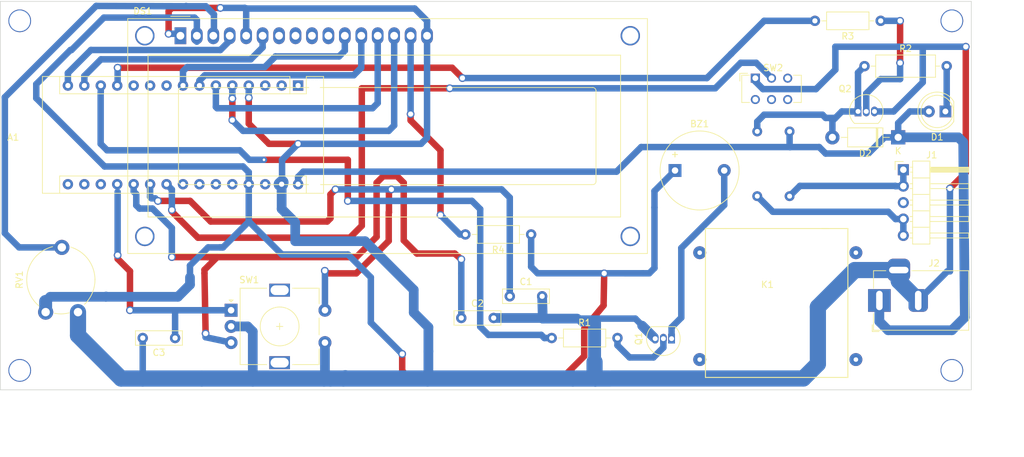
<source format=kicad_pcb>
(kicad_pcb (version 20171130) (host pcbnew "(5.0.2)-1")

  (general
    (thickness 1.6)
    (drawings 6)
    (tracks 395)
    (zones 0)
    (modules 20)
    (nets 45)
  )

  (page A4)
  (layers
    (0 F.Cu signal)
    (31 B.Cu signal)
    (32 B.Adhes user)
    (33 F.Adhes user)
    (34 B.Paste user)
    (35 F.Paste user)
    (36 B.SilkS user)
    (37 F.SilkS user)
    (38 B.Mask user)
    (39 F.Mask user)
    (40 Dwgs.User user)
    (41 Cmts.User user)
    (42 Eco1.User user)
    (43 Eco2.User user)
    (44 Edge.Cuts user)
    (45 Margin user)
    (46 B.CrtYd user)
    (47 F.CrtYd user)
    (48 B.Fab user)
    (49 F.Fab user)
  )

  (setup
    (last_trace_width 0.25)
    (user_trace_width 0.5)
    (user_trace_width 1)
    (user_trace_width 1.5)
    (user_trace_width 2)
    (user_trace_width 2.5)
    (trace_clearance 0.2)
    (zone_clearance 0.508)
    (zone_45_only no)
    (trace_min 0.2)
    (segment_width 0.2)
    (edge_width 0.1)
    (via_size 0.8)
    (via_drill 0.4)
    (via_min_size 0.4)
    (via_min_drill 0.3)
    (user_via 1.2 0.8)
    (uvia_size 0.3)
    (uvia_drill 0.1)
    (uvias_allowed no)
    (uvia_min_size 0.2)
    (uvia_min_drill 0.1)
    (pcb_text_width 0.3)
    (pcb_text_size 1.5 1.5)
    (mod_edge_width 0.15)
    (mod_text_size 1 1)
    (mod_text_width 0.15)
    (pad_size 1.5 1.5)
    (pad_drill 0.6)
    (pad_to_mask_clearance 0)
    (solder_mask_min_width 0.25)
    (aux_axis_origin 0 0)
    (visible_elements 7FFFFFFF)
    (pcbplotparams
      (layerselection 0x010fc_ffffffff)
      (usegerberextensions false)
      (usegerberattributes false)
      (usegerberadvancedattributes false)
      (creategerberjobfile false)
      (excludeedgelayer true)
      (linewidth 0.100000)
      (plotframeref false)
      (viasonmask false)
      (mode 1)
      (useauxorigin false)
      (hpglpennumber 1)
      (hpglpenspeed 20)
      (hpglpendiameter 15.000000)
      (psnegative false)
      (psa4output false)
      (plotreference true)
      (plotvalue true)
      (plotinvisibletext false)
      (padsonsilk false)
      (subtractmaskfromsilk false)
      (outputformat 1)
      (mirror false)
      (drillshape 1)
      (scaleselection 1)
      (outputdirectory ""))
  )

  (net 0 "")
  (net 1 "Net-(A1-Pad1)")
  (net 2 "Net-(A1-Pad17)")
  (net 3 "Net-(A1-Pad2)")
  (net 4 "Net-(A1-Pad18)")
  (net 5 "Net-(A1-Pad3)")
  (net 6 "Net-(A1-Pad19)")
  (net 7 GNDD)
  (net 8 "Net-(A1-Pad20)")
  (net 9 "Net-(A1-Pad5)")
  (net 10 "Net-(A1-Pad21)")
  (net 11 "Net-(A1-Pad6)")
  (net 12 "Net-(A1-Pad22)")
  (net 13 "Net-(A1-Pad7)")
  (net 14 "Net-(A1-Pad23)")
  (net 15 "Net-(A1-Pad8)")
  (net 16 "Net-(A1-Pad24)")
  (net 17 "Net-(A1-Pad9)")
  (net 18 "Net-(A1-Pad25)")
  (net 19 "Net-(A1-Pad10)")
  (net 20 "Net-(A1-Pad26)")
  (net 21 "Net-(A1-Pad11)")
  (net 22 "Net-(A1-Pad27)")
  (net 23 "Net-(A1-Pad12)")
  (net 24 "Net-(A1-Pad28)")
  (net 25 "Net-(A1-Pad13)")
  (net 26 "Net-(A1-Pad14)")
  (net 27 "Net-(A1-Pad30)")
  (net 28 "Net-(A1-Pad15)")
  (net 29 "Net-(A1-Pad16)")
  (net 30 "Net-(BZ1-Pad2)")
  (net 31 "Net-(D1-Pad1)")
  (net 32 "Net-(D2-Pad2)")
  (net 33 "Net-(DS1-Pad3)")
  (net 34 "Net-(DS1-Pad7)")
  (net 35 "Net-(DS1-Pad8)")
  (net 36 "Net-(DS1-Pad9)")
  (net 37 "Net-(DS1-Pad10)")
  (net 38 "Net-(DS1-Pad15)")
  (net 39 "Net-(J1-Pad1)")
  (net 40 "Net-(J1-Pad3)")
  (net 41 "Net-(Q1-Pad2)")
  (net 42 "Net-(Q2-Pad2)")
  (net 43 "Net-(SW2-Pad3)")
  (net 44 "Net-(J1-Pad4)")

  (net_class Default "This is the default net class."
    (clearance 0.2)
    (trace_width 0.25)
    (via_dia 0.8)
    (via_drill 0.4)
    (uvia_dia 0.3)
    (uvia_drill 0.1)
    (add_net GNDD)
    (add_net "Net-(A1-Pad1)")
    (add_net "Net-(A1-Pad10)")
    (add_net "Net-(A1-Pad11)")
    (add_net "Net-(A1-Pad12)")
    (add_net "Net-(A1-Pad13)")
    (add_net "Net-(A1-Pad14)")
    (add_net "Net-(A1-Pad15)")
    (add_net "Net-(A1-Pad16)")
    (add_net "Net-(A1-Pad17)")
    (add_net "Net-(A1-Pad18)")
    (add_net "Net-(A1-Pad19)")
    (add_net "Net-(A1-Pad2)")
    (add_net "Net-(A1-Pad20)")
    (add_net "Net-(A1-Pad21)")
    (add_net "Net-(A1-Pad22)")
    (add_net "Net-(A1-Pad23)")
    (add_net "Net-(A1-Pad24)")
    (add_net "Net-(A1-Pad25)")
    (add_net "Net-(A1-Pad26)")
    (add_net "Net-(A1-Pad27)")
    (add_net "Net-(A1-Pad28)")
    (add_net "Net-(A1-Pad3)")
    (add_net "Net-(A1-Pad30)")
    (add_net "Net-(A1-Pad5)")
    (add_net "Net-(A1-Pad6)")
    (add_net "Net-(A1-Pad7)")
    (add_net "Net-(A1-Pad8)")
    (add_net "Net-(A1-Pad9)")
    (add_net "Net-(BZ1-Pad2)")
    (add_net "Net-(D1-Pad1)")
    (add_net "Net-(D2-Pad2)")
    (add_net "Net-(DS1-Pad10)")
    (add_net "Net-(DS1-Pad15)")
    (add_net "Net-(DS1-Pad3)")
    (add_net "Net-(DS1-Pad7)")
    (add_net "Net-(DS1-Pad8)")
    (add_net "Net-(DS1-Pad9)")
    (add_net "Net-(J1-Pad1)")
    (add_net "Net-(J1-Pad3)")
    (add_net "Net-(J1-Pad4)")
    (add_net "Net-(Q1-Pad2)")
    (add_net "Net-(Q2-Pad2)")
    (add_net "Net-(SW2-Pad3)")
  )

  (module Connector_PinHeader_2.54mm:PinHeader_1x05_P2.54mm_Horizontal (layer F.Cu) (tedit 59FED5CB) (tstamp 5D6B5D53)
    (at 224.5 71)
    (descr "Through hole angled pin header, 1x05, 2.54mm pitch, 6mm pin length, single row")
    (tags "Through hole angled pin header THT 1x05 2.54mm single row")
    (path /5D5EE5DC)
    (fp_text reference J1 (at 4.385 -2.27) (layer F.SilkS)
      (effects (font (size 1 1) (thickness 0.15)))
    )
    (fp_text value Conn_01x05 (at 4.385 12.43) (layer F.Fab)
      (effects (font (size 1 1) (thickness 0.15)))
    )
    (fp_line (start 2.135 -1.27) (end 4.04 -1.27) (layer F.Fab) (width 0.1))
    (fp_line (start 4.04 -1.27) (end 4.04 11.43) (layer F.Fab) (width 0.1))
    (fp_line (start 4.04 11.43) (end 1.5 11.43) (layer F.Fab) (width 0.1))
    (fp_line (start 1.5 11.43) (end 1.5 -0.635) (layer F.Fab) (width 0.1))
    (fp_line (start 1.5 -0.635) (end 2.135 -1.27) (layer F.Fab) (width 0.1))
    (fp_line (start -0.32 -0.32) (end 1.5 -0.32) (layer F.Fab) (width 0.1))
    (fp_line (start -0.32 -0.32) (end -0.32 0.32) (layer F.Fab) (width 0.1))
    (fp_line (start -0.32 0.32) (end 1.5 0.32) (layer F.Fab) (width 0.1))
    (fp_line (start 4.04 -0.32) (end 10.04 -0.32) (layer F.Fab) (width 0.1))
    (fp_line (start 10.04 -0.32) (end 10.04 0.32) (layer F.Fab) (width 0.1))
    (fp_line (start 4.04 0.32) (end 10.04 0.32) (layer F.Fab) (width 0.1))
    (fp_line (start -0.32 2.22) (end 1.5 2.22) (layer F.Fab) (width 0.1))
    (fp_line (start -0.32 2.22) (end -0.32 2.86) (layer F.Fab) (width 0.1))
    (fp_line (start -0.32 2.86) (end 1.5 2.86) (layer F.Fab) (width 0.1))
    (fp_line (start 4.04 2.22) (end 10.04 2.22) (layer F.Fab) (width 0.1))
    (fp_line (start 10.04 2.22) (end 10.04 2.86) (layer F.Fab) (width 0.1))
    (fp_line (start 4.04 2.86) (end 10.04 2.86) (layer F.Fab) (width 0.1))
    (fp_line (start -0.32 4.76) (end 1.5 4.76) (layer F.Fab) (width 0.1))
    (fp_line (start -0.32 4.76) (end -0.32 5.4) (layer F.Fab) (width 0.1))
    (fp_line (start -0.32 5.4) (end 1.5 5.4) (layer F.Fab) (width 0.1))
    (fp_line (start 4.04 4.76) (end 10.04 4.76) (layer F.Fab) (width 0.1))
    (fp_line (start 10.04 4.76) (end 10.04 5.4) (layer F.Fab) (width 0.1))
    (fp_line (start 4.04 5.4) (end 10.04 5.4) (layer F.Fab) (width 0.1))
    (fp_line (start -0.32 7.3) (end 1.5 7.3) (layer F.Fab) (width 0.1))
    (fp_line (start -0.32 7.3) (end -0.32 7.94) (layer F.Fab) (width 0.1))
    (fp_line (start -0.32 7.94) (end 1.5 7.94) (layer F.Fab) (width 0.1))
    (fp_line (start 4.04 7.3) (end 10.04 7.3) (layer F.Fab) (width 0.1))
    (fp_line (start 10.04 7.3) (end 10.04 7.94) (layer F.Fab) (width 0.1))
    (fp_line (start 4.04 7.94) (end 10.04 7.94) (layer F.Fab) (width 0.1))
    (fp_line (start -0.32 9.84) (end 1.5 9.84) (layer F.Fab) (width 0.1))
    (fp_line (start -0.32 9.84) (end -0.32 10.48) (layer F.Fab) (width 0.1))
    (fp_line (start -0.32 10.48) (end 1.5 10.48) (layer F.Fab) (width 0.1))
    (fp_line (start 4.04 9.84) (end 10.04 9.84) (layer F.Fab) (width 0.1))
    (fp_line (start 10.04 9.84) (end 10.04 10.48) (layer F.Fab) (width 0.1))
    (fp_line (start 4.04 10.48) (end 10.04 10.48) (layer F.Fab) (width 0.1))
    (fp_line (start 1.44 -1.33) (end 1.44 11.49) (layer F.SilkS) (width 0.12))
    (fp_line (start 1.44 11.49) (end 4.1 11.49) (layer F.SilkS) (width 0.12))
    (fp_line (start 4.1 11.49) (end 4.1 -1.33) (layer F.SilkS) (width 0.12))
    (fp_line (start 4.1 -1.33) (end 1.44 -1.33) (layer F.SilkS) (width 0.12))
    (fp_line (start 4.1 -0.38) (end 10.1 -0.38) (layer F.SilkS) (width 0.12))
    (fp_line (start 10.1 -0.38) (end 10.1 0.38) (layer F.SilkS) (width 0.12))
    (fp_line (start 10.1 0.38) (end 4.1 0.38) (layer F.SilkS) (width 0.12))
    (fp_line (start 4.1 -0.32) (end 10.1 -0.32) (layer F.SilkS) (width 0.12))
    (fp_line (start 4.1 -0.2) (end 10.1 -0.2) (layer F.SilkS) (width 0.12))
    (fp_line (start 4.1 -0.08) (end 10.1 -0.08) (layer F.SilkS) (width 0.12))
    (fp_line (start 4.1 0.04) (end 10.1 0.04) (layer F.SilkS) (width 0.12))
    (fp_line (start 4.1 0.16) (end 10.1 0.16) (layer F.SilkS) (width 0.12))
    (fp_line (start 4.1 0.28) (end 10.1 0.28) (layer F.SilkS) (width 0.12))
    (fp_line (start 1.11 -0.38) (end 1.44 -0.38) (layer F.SilkS) (width 0.12))
    (fp_line (start 1.11 0.38) (end 1.44 0.38) (layer F.SilkS) (width 0.12))
    (fp_line (start 1.44 1.27) (end 4.1 1.27) (layer F.SilkS) (width 0.12))
    (fp_line (start 4.1 2.16) (end 10.1 2.16) (layer F.SilkS) (width 0.12))
    (fp_line (start 10.1 2.16) (end 10.1 2.92) (layer F.SilkS) (width 0.12))
    (fp_line (start 10.1 2.92) (end 4.1 2.92) (layer F.SilkS) (width 0.12))
    (fp_line (start 1.042929 2.16) (end 1.44 2.16) (layer F.SilkS) (width 0.12))
    (fp_line (start 1.042929 2.92) (end 1.44 2.92) (layer F.SilkS) (width 0.12))
    (fp_line (start 1.44 3.81) (end 4.1 3.81) (layer F.SilkS) (width 0.12))
    (fp_line (start 4.1 4.7) (end 10.1 4.7) (layer F.SilkS) (width 0.12))
    (fp_line (start 10.1 4.7) (end 10.1 5.46) (layer F.SilkS) (width 0.12))
    (fp_line (start 10.1 5.46) (end 4.1 5.46) (layer F.SilkS) (width 0.12))
    (fp_line (start 1.042929 4.7) (end 1.44 4.7) (layer F.SilkS) (width 0.12))
    (fp_line (start 1.042929 5.46) (end 1.44 5.46) (layer F.SilkS) (width 0.12))
    (fp_line (start 1.44 6.35) (end 4.1 6.35) (layer F.SilkS) (width 0.12))
    (fp_line (start 4.1 7.24) (end 10.1 7.24) (layer F.SilkS) (width 0.12))
    (fp_line (start 10.1 7.24) (end 10.1 8) (layer F.SilkS) (width 0.12))
    (fp_line (start 10.1 8) (end 4.1 8) (layer F.SilkS) (width 0.12))
    (fp_line (start 1.042929 7.24) (end 1.44 7.24) (layer F.SilkS) (width 0.12))
    (fp_line (start 1.042929 8) (end 1.44 8) (layer F.SilkS) (width 0.12))
    (fp_line (start 1.44 8.89) (end 4.1 8.89) (layer F.SilkS) (width 0.12))
    (fp_line (start 4.1 9.78) (end 10.1 9.78) (layer F.SilkS) (width 0.12))
    (fp_line (start 10.1 9.78) (end 10.1 10.54) (layer F.SilkS) (width 0.12))
    (fp_line (start 10.1 10.54) (end 4.1 10.54) (layer F.SilkS) (width 0.12))
    (fp_line (start 1.042929 9.78) (end 1.44 9.78) (layer F.SilkS) (width 0.12))
    (fp_line (start 1.042929 10.54) (end 1.44 10.54) (layer F.SilkS) (width 0.12))
    (fp_line (start -1.27 0) (end -1.27 -1.27) (layer F.SilkS) (width 0.12))
    (fp_line (start -1.27 -1.27) (end 0 -1.27) (layer F.SilkS) (width 0.12))
    (fp_line (start -1.8 -1.8) (end -1.8 11.95) (layer F.CrtYd) (width 0.05))
    (fp_line (start -1.8 11.95) (end 10.55 11.95) (layer F.CrtYd) (width 0.05))
    (fp_line (start 10.55 11.95) (end 10.55 -1.8) (layer F.CrtYd) (width 0.05))
    (fp_line (start 10.55 -1.8) (end -1.8 -1.8) (layer F.CrtYd) (width 0.05))
    (fp_text user %R (at 2.77 5.08 90) (layer F.Fab)
      (effects (font (size 1 1) (thickness 0.15)))
    )
    (pad 1 thru_hole rect (at 0 0) (size 1.7 1.7) (drill 1) (layers *.Cu *.Mask)
      (net 39 "Net-(J1-Pad1)"))
    (pad 2 thru_hole oval (at 0 2.54) (size 1.7 1.7) (drill 1) (layers *.Cu *.Mask)
      (net 39 "Net-(J1-Pad1)"))
    (pad 3 thru_hole oval (at 0 5.08) (size 1.7 1.7) (drill 1) (layers *.Cu *.Mask)
      (net 40 "Net-(J1-Pad3)"))
    (pad 4 thru_hole oval (at 0 7.62) (size 1.7 1.7) (drill 1) (layers *.Cu *.Mask)
      (net 44 "Net-(J1-Pad4)"))
    (pad 5 thru_hole oval (at 0 10.16) (size 1.7 1.7) (drill 1) (layers *.Cu *.Mask)
      (net 44 "Net-(J1-Pad4)"))
    (model ${KISYS3DMOD}/Connector_PinHeader_2.54mm.3dshapes/PinHeader_1x05_P2.54mm_Horizontal.wrl
      (at (xyz 0 0 0))
      (scale (xyz 1 1 1))
      (rotate (xyz 0 0 0))
    )
  )

  (module Display:WC1602A (layer F.Cu) (tedit 5A02FE80) (tstamp 5C66D429)
    (at 112.821401 50.304001)
    (descr "LCD 16x2 http://www.wincomlcd.com/pdf/WC1602A-SFYLYHTC06.pdf")
    (tags "LCD 16x2 Alphanumeric 16pin")
    (path /5C40779A)
    (fp_text reference DS1 (at -5.82 -3.81) (layer F.SilkS)
      (effects (font (size 1 1) (thickness 0.15)))
    )
    (fp_text value WC1602A (at 17.178599 11.695999) (layer F.Fab)
      (effects (font (size 1 1) (thickness 0.15)))
    )
    (fp_line (start -8.14 33.64) (end 72.14 33.64) (layer F.SilkS) (width 0.12))
    (fp_line (start 72.14 33.64) (end 72.14 -2.64) (layer F.SilkS) (width 0.12))
    (fp_line (start 72.14 -2.64) (end -7.34 -2.64) (layer F.SilkS) (width 0.12))
    (fp_line (start -8.14 -2.64) (end -8.14 33.64) (layer F.SilkS) (width 0.12))
    (fp_line (start -8.13 -2.64) (end -7.34 -2.64) (layer F.SilkS) (width 0.12))
    (fp_line (start -8.25 -2.75) (end -8.25 33.75) (layer F.CrtYd) (width 0.05))
    (fp_line (start -8.25 33.75) (end 72.25 33.75) (layer F.CrtYd) (width 0.05))
    (fp_line (start 72.25 -2.75) (end 72.25 33.75) (layer F.CrtYd) (width 0.05))
    (fp_line (start -1.5 -3) (end 1.5 -3) (layer F.SilkS) (width 0.12))
    (fp_line (start -8.25 -2.75) (end 72.25 -2.75) (layer F.CrtYd) (width 0.05))
    (fp_line (start 1 -2.5) (end 0 -1.5) (layer F.Fab) (width 0.1))
    (fp_line (start 0 -1.5) (end -1 -2.5) (layer F.Fab) (width 0.1))
    (fp_line (start -1 -2.5) (end -8 -2.5) (layer F.Fab) (width 0.1))
    (fp_text user %R (at 30.37 14.74) (layer F.Fab)
      (effects (font (size 1 1) (thickness 0.1)))
    )
    (fp_line (start 0.2 8) (end 63.7 8) (layer F.SilkS) (width 0.12))
    (fp_line (start -0.29972 22.49932) (end -0.29972 8.5) (layer F.SilkS) (width 0.12))
    (fp_line (start 63.70066 23) (end 0.2 23) (layer F.SilkS) (width 0.12))
    (fp_line (start 64.2 8.5) (end 64.2 22.5) (layer F.SilkS) (width 0.12))
    (fp_arc (start 63.7 8.5) (end 63.7 8) (angle 90) (layer F.SilkS) (width 0.12))
    (fp_arc (start 63.70066 22.49932) (end 64.20104 22.49932) (angle 90) (layer F.SilkS) (width 0.12))
    (fp_arc (start 0.20066 22.49932) (end 0.20066 22.9997) (angle 90) (layer F.SilkS) (width 0.12))
    (fp_arc (start 0.20066 8.49884) (end -0.29972 8.49884) (angle 90) (layer F.SilkS) (width 0.12))
    (fp_line (start -5 3) (end 68 3) (layer F.SilkS) (width 0.12))
    (fp_line (start 68 3) (end 68 28) (layer F.SilkS) (width 0.12))
    (fp_line (start 68 28) (end -5 28) (layer F.SilkS) (width 0.12))
    (fp_line (start -5 28) (end -5 3) (layer F.SilkS) (width 0.12))
    (fp_line (start 1 -2.5) (end 72 -2.5) (layer F.Fab) (width 0.1))
    (fp_line (start 72 -2.5) (end 72 33.5) (layer F.Fab) (width 0.1))
    (fp_line (start 72 33.5) (end -8 33.5) (layer F.Fab) (width 0.1))
    (fp_line (start -8 33.5) (end -8 -2.5) (layer F.Fab) (width 0.1))
    (pad 1 thru_hole rect (at 0 0) (size 1.8 2.6) (drill 1.2) (layers *.Cu *.Mask)
      (net 7 GNDD))
    (pad 2 thru_hole oval (at 2.54 0) (size 1.8 2.6) (drill 1.2) (layers *.Cu *.Mask)
      (net 22 "Net-(A1-Pad27)"))
    (pad 3 thru_hole oval (at 5.08 0) (size 1.8 2.6) (drill 1.2) (layers *.Cu *.Mask)
      (net 33 "Net-(DS1-Pad3)"))
    (pad 4 thru_hole oval (at 7.62 0) (size 1.8 2.6) (drill 1.2) (layers *.Cu *.Mask)
      (net 28 "Net-(A1-Pad15)"))
    (pad 5 thru_hole oval (at 10.16 0) (size 1.8 2.6) (drill 1.2) (layers *.Cu *.Mask)
      (net 7 GNDD))
    (pad 6 thru_hole oval (at 12.7 0) (size 1.8 2.6) (drill 1.2) (layers *.Cu *.Mask)
      (net 26 "Net-(A1-Pad14)"))
    (pad 7 thru_hole oval (at 15.24 0) (size 1.8 2.6) (drill 1.2) (layers *.Cu *.Mask)
      (net 34 "Net-(DS1-Pad7)"))
    (pad 8 thru_hole oval (at 17.78 0) (size 1.8 2.6) (drill 1.2) (layers *.Cu *.Mask)
      (net 35 "Net-(DS1-Pad8)"))
    (pad 9 thru_hole oval (at 20.32 0) (size 1.8 2.6) (drill 1.2) (layers *.Cu *.Mask)
      (net 36 "Net-(DS1-Pad9)"))
    (pad 10 thru_hole oval (at 22.86 0) (size 1.8 2.6) (drill 1.2) (layers *.Cu *.Mask)
      (net 37 "Net-(DS1-Pad10)"))
    (pad 11 thru_hole oval (at 25.4 0) (size 1.8 2.6) (drill 1.2) (layers *.Cu *.Mask)
      (net 15 "Net-(A1-Pad8)"))
    (pad 12 thru_hole oval (at 27.94 0) (size 1.8 2.6) (drill 1.2) (layers *.Cu *.Mask)
      (net 13 "Net-(A1-Pad7)"))
    (pad 13 thru_hole oval (at 30.48 0) (size 1.8 2.6) (drill 1.2) (layers *.Cu *.Mask)
      (net 11 "Net-(A1-Pad6)"))
    (pad 14 thru_hole oval (at 33.02 0) (size 1.8 2.6) (drill 1.2) (layers *.Cu *.Mask)
      (net 9 "Net-(A1-Pad5)"))
    (pad 15 thru_hole oval (at 35.56 0) (size 1.8 2.6) (drill 1.2) (layers *.Cu *.Mask)
      (net 38 "Net-(DS1-Pad15)"))
    (pad 16 thru_hole oval (at 38.1 0) (size 1.8 2.6) (drill 1.2) (layers *.Cu *.Mask)
      (net 7 GNDD))
    (pad "" thru_hole circle (at -5.4991 0) (size 3 3) (drill 2.5) (layers *.Cu *.Mask))
    (pad "" thru_hole circle (at -5.4991 31.0007) (size 3 3) (drill 2.5) (layers *.Cu *.Mask))
    (pad "" thru_hole circle (at 69.49948 31.0007) (size 3 3) (drill 2.5) (layers *.Cu *.Mask))
    (pad "" thru_hole circle (at 69.5 0) (size 3 3) (drill 2.5) (layers *.Cu *.Mask))
    (model ${KISYS3DMOD}/Display.3dshapes/WC1602A.wrl
      (at (xyz 0 0 0))
      (scale (xyz 1 1 1))
      (rotate (xyz 0 0 0))
    )
  )

  (module Resistor_THT:R_Axial_DIN0207_L6.3mm_D2.5mm_P10.16mm_Horizontal (layer F.Cu) (tedit 5AE5139B) (tstamp 5D65CA23)
    (at 221 48 180)
    (descr "Resistor, Axial_DIN0207 series, Axial, Horizontal, pin pitch=10.16mm, 0.25W = 1/4W, length*diameter=6.3*2.5mm^2, http://cdn-reichelt.de/documents/datenblatt/B400/1_4W%23YAG.pdf")
    (tags "Resistor Axial_DIN0207 series Axial Horizontal pin pitch 10.16mm 0.25W = 1/4W length 6.3mm diameter 2.5mm")
    (path /5C48A533)
    (fp_text reference R3 (at 5.08 -2.37 180) (layer F.SilkS)
      (effects (font (size 1 1) (thickness 0.15)))
    )
    (fp_text value 15K (at 5.08 2.37 180) (layer F.Fab)
      (effects (font (size 1 1) (thickness 0.15)))
    )
    (fp_line (start 1.93 -1.25) (end 1.93 1.25) (layer F.Fab) (width 0.1))
    (fp_line (start 1.93 1.25) (end 8.23 1.25) (layer F.Fab) (width 0.1))
    (fp_line (start 8.23 1.25) (end 8.23 -1.25) (layer F.Fab) (width 0.1))
    (fp_line (start 8.23 -1.25) (end 1.93 -1.25) (layer F.Fab) (width 0.1))
    (fp_line (start 0 0) (end 1.93 0) (layer F.Fab) (width 0.1))
    (fp_line (start 10.16 0) (end 8.23 0) (layer F.Fab) (width 0.1))
    (fp_line (start 1.81 -1.37) (end 1.81 1.37) (layer F.SilkS) (width 0.12))
    (fp_line (start 1.81 1.37) (end 8.35 1.37) (layer F.SilkS) (width 0.12))
    (fp_line (start 8.35 1.37) (end 8.35 -1.37) (layer F.SilkS) (width 0.12))
    (fp_line (start 8.35 -1.37) (end 1.81 -1.37) (layer F.SilkS) (width 0.12))
    (fp_line (start 1.04 0) (end 1.81 0) (layer F.SilkS) (width 0.12))
    (fp_line (start 9.12 0) (end 8.35 0) (layer F.SilkS) (width 0.12))
    (fp_line (start -1.05 -1.5) (end -1.05 1.5) (layer F.CrtYd) (width 0.05))
    (fp_line (start -1.05 1.5) (end 11.21 1.5) (layer F.CrtYd) (width 0.05))
    (fp_line (start 11.21 1.5) (end 11.21 -1.5) (layer F.CrtYd) (width 0.05))
    (fp_line (start 11.21 -1.5) (end -1.05 -1.5) (layer F.CrtYd) (width 0.05))
    (fp_text user %R (at 5.08 0 180) (layer F.Fab)
      (effects (font (size 1 1) (thickness 0.15)))
    )
    (pad 1 thru_hole circle (at 0 0 180) (size 1.6 1.6) (drill 0.8) (layers *.Cu *.Mask)
      (net 42 "Net-(Q2-Pad2)"))
    (pad 2 thru_hole oval (at 10.16 0 180) (size 1.6 1.6) (drill 0.8) (layers *.Cu *.Mask)
      (net 23 "Net-(A1-Pad12)"))
    (model ${KISYS3DMOD}/Resistor_THT.3dshapes/R_Axial_DIN0207_L6.3mm_D2.5mm_P10.16mm_Horizontal.wrl
      (at (xyz 0 0 0))
      (scale (xyz 1 1 1))
      (rotate (xyz 0 0 0))
    )
  )

  (module Resistor_THT:R_Axial_DIN0309_L9.0mm_D3.2mm_P12.70mm_Horizontal (layer F.Cu) (tedit 5AE5139B) (tstamp 5D65C9E1)
    (at 218.5 55)
    (descr "Resistor, Axial_DIN0309 series, Axial, Horizontal, pin pitch=12.7mm, 0.5W = 1/2W, length*diameter=9*3.2mm^2, http://cdn-reichelt.de/documents/datenblatt/B400/1_4W%23YAG.pdf")
    (tags "Resistor Axial_DIN0309 series Axial Horizontal pin pitch 12.7mm 0.5W = 1/2W length 9mm diameter 3.2mm")
    (path /5C4AA68A)
    (fp_text reference R2 (at 6.35 -2.72) (layer F.SilkS)
      (effects (font (size 1 1) (thickness 0.15)))
    )
    (fp_text value 1K/0,5W (at 6.35 2.72) (layer F.Fab)
      (effects (font (size 1 1) (thickness 0.15)))
    )
    (fp_line (start 1.85 -1.6) (end 1.85 1.6) (layer F.Fab) (width 0.1))
    (fp_line (start 1.85 1.6) (end 10.85 1.6) (layer F.Fab) (width 0.1))
    (fp_line (start 10.85 1.6) (end 10.85 -1.6) (layer F.Fab) (width 0.1))
    (fp_line (start 10.85 -1.6) (end 1.85 -1.6) (layer F.Fab) (width 0.1))
    (fp_line (start 0 0) (end 1.85 0) (layer F.Fab) (width 0.1))
    (fp_line (start 12.7 0) (end 10.85 0) (layer F.Fab) (width 0.1))
    (fp_line (start 1.73 -1.72) (end 1.73 1.72) (layer F.SilkS) (width 0.12))
    (fp_line (start 1.73 1.72) (end 10.97 1.72) (layer F.SilkS) (width 0.12))
    (fp_line (start 10.97 1.72) (end 10.97 -1.72) (layer F.SilkS) (width 0.12))
    (fp_line (start 10.97 -1.72) (end 1.73 -1.72) (layer F.SilkS) (width 0.12))
    (fp_line (start 1.04 0) (end 1.73 0) (layer F.SilkS) (width 0.12))
    (fp_line (start 11.66 0) (end 10.97 0) (layer F.SilkS) (width 0.12))
    (fp_line (start -1.05 -1.85) (end -1.05 1.85) (layer F.CrtYd) (width 0.05))
    (fp_line (start -1.05 1.85) (end 13.75 1.85) (layer F.CrtYd) (width 0.05))
    (fp_line (start 13.75 1.85) (end 13.75 -1.85) (layer F.CrtYd) (width 0.05))
    (fp_line (start 13.75 -1.85) (end -1.05 -1.85) (layer F.CrtYd) (width 0.05))
    (fp_text user %R (at 6.35 0) (layer F.Fab)
      (effects (font (size 1 1) (thickness 0.15)))
    )
    (pad 1 thru_hole circle (at 0 0) (size 1.6 1.6) (drill 0.8) (layers *.Cu *.Mask)
      (net 32 "Net-(D2-Pad2)"))
    (pad 2 thru_hole oval (at 12.7 0) (size 1.6 1.6) (drill 0.8) (layers *.Cu *.Mask)
      (net 31 "Net-(D1-Pad1)"))
    (model ${KISYS3DMOD}/Resistor_THT.3dshapes/R_Axial_DIN0309_L9.0mm_D3.2mm_P12.70mm_Horizontal.wrl
      (at (xyz 0 0 0))
      (scale (xyz 1 1 1))
      (rotate (xyz 0 0 0))
    )
  )

  (module Module:Arduino_Nano_WithMountingHoles (layer F.Cu) (tedit 58ACAF99) (tstamp 5C66D37C)
    (at 131 58 270)
    (descr "Arduino Nano, http://www.mouser.com/pdfdocs/Gravitech_Arduino_Nano3_0.pdf")
    (tags "Arduino Nano")
    (path /5C4076DB)
    (fp_text reference A1 (at 8 44) (layer F.SilkS)
      (effects (font (size 1 1) (thickness 0.15)))
    )
    (fp_text value Arduino_Nano (at 8.89 15.24) (layer F.Fab)
      (effects (font (size 1 1) (thickness 0.15)))
    )
    (fp_text user %R (at 6.35 16.51) (layer F.Fab)
      (effects (font (size 1 1) (thickness 0.15)))
    )
    (fp_line (start 1.27 1.27) (end 1.27 -1.27) (layer F.SilkS) (width 0.12))
    (fp_line (start 1.27 -1.27) (end -1.4 -1.27) (layer F.SilkS) (width 0.12))
    (fp_line (start -1.4 1.27) (end -1.4 39.5) (layer F.SilkS) (width 0.12))
    (fp_line (start -1.4 -3.94) (end -1.4 -1.27) (layer F.SilkS) (width 0.12))
    (fp_line (start 13.97 -1.27) (end 16.64 -1.27) (layer F.SilkS) (width 0.12))
    (fp_line (start 13.97 -1.27) (end 13.97 36.83) (layer F.SilkS) (width 0.12))
    (fp_line (start 13.97 36.83) (end 16.64 36.83) (layer F.SilkS) (width 0.12))
    (fp_line (start 1.27 1.27) (end -1.4 1.27) (layer F.SilkS) (width 0.12))
    (fp_line (start 1.27 1.27) (end 1.27 36.83) (layer F.SilkS) (width 0.12))
    (fp_line (start 1.27 36.83) (end -1.4 36.83) (layer F.SilkS) (width 0.12))
    (fp_line (start 3.81 31.75) (end 11.43 31.75) (layer F.Fab) (width 0.1))
    (fp_line (start 11.43 31.75) (end 11.43 41.91) (layer F.Fab) (width 0.1))
    (fp_line (start 11.43 41.91) (end 3.81 41.91) (layer F.Fab) (width 0.1))
    (fp_line (start 3.81 41.91) (end 3.81 31.75) (layer F.Fab) (width 0.1))
    (fp_line (start -1.4 39.5) (end 16.64 39.5) (layer F.SilkS) (width 0.12))
    (fp_line (start 16.64 39.5) (end 16.64 -3.94) (layer F.SilkS) (width 0.12))
    (fp_line (start 16.64 -3.94) (end -1.4 -3.94) (layer F.SilkS) (width 0.12))
    (fp_line (start 16.51 39.37) (end -1.27 39.37) (layer F.Fab) (width 0.1))
    (fp_line (start -1.27 39.37) (end -1.27 -2.54) (layer F.Fab) (width 0.1))
    (fp_line (start -1.27 -2.54) (end 0 -3.81) (layer F.Fab) (width 0.1))
    (fp_line (start 0 -3.81) (end 16.51 -3.81) (layer F.Fab) (width 0.1))
    (fp_line (start 16.51 -3.81) (end 16.51 39.37) (layer F.Fab) (width 0.1))
    (fp_line (start -1.53 -4.06) (end 16.75 -4.06) (layer F.CrtYd) (width 0.05))
    (fp_line (start -1.53 -4.06) (end -1.53 42.16) (layer F.CrtYd) (width 0.05))
    (fp_line (start 16.75 42.16) (end 16.75 -4.06) (layer F.CrtYd) (width 0.05))
    (fp_line (start 16.75 42.16) (end -1.53 42.16) (layer F.CrtYd) (width 0.05))
    (pad 1 thru_hole rect (at 0 0 270) (size 1.6 1.6) (drill 0.8) (layers *.Cu *.Mask)
      (net 1 "Net-(A1-Pad1)"))
    (pad 17 thru_hole oval (at 15.24 33.02 270) (size 1.6 1.6) (drill 0.8) (layers *.Cu *.Mask)
      (net 2 "Net-(A1-Pad17)"))
    (pad 2 thru_hole oval (at 0 2.54 270) (size 1.6 1.6) (drill 0.8) (layers *.Cu *.Mask)
      (net 3 "Net-(A1-Pad2)"))
    (pad 18 thru_hole oval (at 15.24 30.48 270) (size 1.6 1.6) (drill 0.8) (layers *.Cu *.Mask)
      (net 4 "Net-(A1-Pad18)"))
    (pad 3 thru_hole oval (at 0 5.08 270) (size 1.6 1.6) (drill 0.8) (layers *.Cu *.Mask)
      (net 5 "Net-(A1-Pad3)"))
    (pad 19 thru_hole oval (at 15.24 27.94 270) (size 1.6 1.6) (drill 0.8) (layers *.Cu *.Mask)
      (net 6 "Net-(A1-Pad19)"))
    (pad 4 thru_hole oval (at 0 7.62 270) (size 1.6 1.6) (drill 0.8) (layers *.Cu *.Mask)
      (net 7 GNDD))
    (pad 20 thru_hole oval (at 15.24 25.4 270) (size 1.6 1.6) (drill 0.8) (layers *.Cu *.Mask)
      (net 8 "Net-(A1-Pad20)"))
    (pad 5 thru_hole oval (at 0 10.16 270) (size 1.6 1.6) (drill 0.8) (layers *.Cu *.Mask)
      (net 9 "Net-(A1-Pad5)"))
    (pad 21 thru_hole oval (at 15.24 22.86 270) (size 1.6 1.6) (drill 0.8) (layers *.Cu *.Mask)
      (net 10 "Net-(A1-Pad21)"))
    (pad 6 thru_hole oval (at 0 12.7 270) (size 1.6 1.6) (drill 0.8) (layers *.Cu *.Mask)
      (net 11 "Net-(A1-Pad6)"))
    (pad 22 thru_hole oval (at 15.24 20.32 270) (size 1.6 1.6) (drill 0.8) (layers *.Cu *.Mask)
      (net 12 "Net-(A1-Pad22)"))
    (pad 7 thru_hole oval (at 0 15.24 270) (size 1.6 1.6) (drill 0.8) (layers *.Cu *.Mask)
      (net 13 "Net-(A1-Pad7)"))
    (pad 23 thru_hole oval (at 15.24 17.78 270) (size 1.6 1.6) (drill 0.8) (layers *.Cu *.Mask)
      (net 14 "Net-(A1-Pad23)"))
    (pad 8 thru_hole oval (at 0 17.78 270) (size 1.6 1.6) (drill 0.8) (layers *.Cu *.Mask)
      (net 15 "Net-(A1-Pad8)"))
    (pad 24 thru_hole oval (at 15.24 15.24 270) (size 1.6 1.6) (drill 0.8) (layers *.Cu *.Mask)
      (net 16 "Net-(A1-Pad24)"))
    (pad 9 thru_hole oval (at 0 20.32 270) (size 1.6 1.6) (drill 0.8) (layers *.Cu *.Mask)
      (net 17 "Net-(A1-Pad9)"))
    (pad 25 thru_hole oval (at 15.24 12.7 270) (size 1.6 1.6) (drill 0.8) (layers *.Cu *.Mask)
      (net 18 "Net-(A1-Pad25)"))
    (pad 10 thru_hole oval (at 0 22.86 270) (size 1.6 1.6) (drill 0.8) (layers *.Cu *.Mask)
      (net 19 "Net-(A1-Pad10)"))
    (pad 26 thru_hole oval (at 15.24 10.16 270) (size 1.6 1.6) (drill 0.8) (layers *.Cu *.Mask)
      (net 20 "Net-(A1-Pad26)"))
    (pad 11 thru_hole oval (at 0 25.4 270) (size 1.6 1.6) (drill 0.8) (layers *.Cu *.Mask)
      (net 21 "Net-(A1-Pad11)"))
    (pad 27 thru_hole oval (at 15.24 7.62 270) (size 1.6 1.6) (drill 0.8) (layers *.Cu *.Mask)
      (net 22 "Net-(A1-Pad27)"))
    (pad 12 thru_hole oval (at 0 27.94 270) (size 1.6 1.6) (drill 0.8) (layers *.Cu *.Mask)
      (net 23 "Net-(A1-Pad12)"))
    (pad 28 thru_hole oval (at 15.24 5.08 270) (size 1.6 1.6) (drill 0.8) (layers *.Cu *.Mask)
      (net 24 "Net-(A1-Pad28)"))
    (pad 13 thru_hole oval (at 0 30.48 270) (size 1.6 1.6) (drill 0.8) (layers *.Cu *.Mask)
      (net 25 "Net-(A1-Pad13)"))
    (pad 29 thru_hole oval (at 15.24 2.54 270) (size 1.6 1.6) (drill 0.8) (layers *.Cu *.Mask)
      (net 7 GNDD))
    (pad 14 thru_hole oval (at 0 33.02 270) (size 1.6 1.6) (drill 0.8) (layers *.Cu *.Mask)
      (net 26 "Net-(A1-Pad14)"))
    (pad 30 thru_hole oval (at 15.24 0 270) (size 1.6 1.6) (drill 0.8) (layers *.Cu *.Mask)
      (net 27 "Net-(A1-Pad30)"))
    (pad 15 thru_hole oval (at 0 35.56 270) (size 1.6 1.6) (drill 0.8) (layers *.Cu *.Mask)
      (net 28 "Net-(A1-Pad15)"))
    (pad 16 thru_hole oval (at 15.24 35.56 270) (size 1.6 1.6) (drill 0.8) (layers *.Cu *.Mask)
      (net 29 "Net-(A1-Pad16)"))
    (pad "" np_thru_hole circle (at 0 -2.54 270) (size 1.78 1.78) (drill 1.78) (layers *.Cu *.Mask))
    (pad "" np_thru_hole circle (at 15.24 -2.54 270) (size 1.78 1.78) (drill 1.78) (layers *.Cu *.Mask))
    (pad "" np_thru_hole circle (at 15.24 38.1 270) (size 1.78 1.78) (drill 1.78) (layers *.Cu *.Mask))
    (pad "" np_thru_hole circle (at 0 38.1 270) (size 1.78 1.78) (drill 1.78) (layers *.Cu *.Mask))
    (model ${KISYS3DMOD}/Module.3dshapes/Arduino_Nano_WithMountingHoles.wrl
      (at (xyz 0 0 0))
      (scale (xyz 1 1 1))
      (rotate (xyz 0 0 0))
    )
  )

  (module Buzzer_Beeper:Buzzer_12x9.5RM7.6 (layer F.Cu) (tedit 5A030281) (tstamp 5C66D389)
    (at 189.23 71.12)
    (descr "Generic Buzzer, D12mm height 9.5mm with RM7.6mm")
    (tags buzzer)
    (path /5C42F5F8)
    (fp_text reference BZ1 (at 3.8 -7.2) (layer F.SilkS)
      (effects (font (size 1 1) (thickness 0.15)))
    )
    (fp_text value "Buzzer 5V" (at 3.8 7.4) (layer F.Fab)
      (effects (font (size 1 1) (thickness 0.15)))
    )
    (fp_text user + (at -0.01 -2.54) (layer F.Fab)
      (effects (font (size 1 1) (thickness 0.15)))
    )
    (fp_text user + (at -0.01 -2.54) (layer F.SilkS)
      (effects (font (size 1 1) (thickness 0.15)))
    )
    (fp_text user %R (at 3.8 -4) (layer F.Fab)
      (effects (font (size 1 1) (thickness 0.15)))
    )
    (fp_circle (center 3.8 0) (end 10.05 0) (layer F.CrtYd) (width 0.05))
    (fp_circle (center 3.8 0) (end 9.8 0) (layer F.Fab) (width 0.1))
    (fp_circle (center 3.8 0) (end 4.8 0) (layer F.Fab) (width 0.1))
    (fp_circle (center 3.8 0) (end 9.9 0) (layer F.SilkS) (width 0.12))
    (pad 1 thru_hole rect (at 0 0) (size 2 2) (drill 1) (layers *.Cu *.Mask)
      (net 22 "Net-(A1-Pad27)"))
    (pad 2 thru_hole circle (at 7.6 0) (size 2 2) (drill 1) (layers *.Cu *.Mask)
      (net 30 "Net-(BZ1-Pad2)"))
    (model ${KISYS3DMOD}/Buzzer_Beeper.3dshapes/Buzzer_12x9.5RM7.6.wrl
      (at (xyz 0 0 0))
      (scale (xyz 1 1 1))
      (rotate (xyz 0 0 0))
    )
  )

  (module Capacitor_THT:C_Rect_L7.0mm_W2.0mm_P5.00mm (layer F.Cu) (tedit 5AE50EF0) (tstamp 5C66D39C)
    (at 163.703 90.551)
    (descr "C, Rect series, Radial, pin pitch=5.00mm, , length*width=7*2mm^2, Capacitor")
    (tags "C Rect series Radial pin pitch 5.00mm  length 7mm width 2mm Capacitor")
    (path /5C46051F)
    (fp_text reference C1 (at 2.5 -2.25) (layer F.SilkS)
      (effects (font (size 1 1) (thickness 0.15)))
    )
    (fp_text value 470nF (at 2.5 2.25) (layer F.Fab)
      (effects (font (size 1 1) (thickness 0.15)))
    )
    (fp_line (start -1 -1) (end -1 1) (layer F.Fab) (width 0.1))
    (fp_line (start -1 1) (end 6 1) (layer F.Fab) (width 0.1))
    (fp_line (start 6 1) (end 6 -1) (layer F.Fab) (width 0.1))
    (fp_line (start 6 -1) (end -1 -1) (layer F.Fab) (width 0.1))
    (fp_line (start -1.12 -1.12) (end 6.12 -1.12) (layer F.SilkS) (width 0.12))
    (fp_line (start -1.12 1.12) (end 6.12 1.12) (layer F.SilkS) (width 0.12))
    (fp_line (start -1.12 -1.12) (end -1.12 1.12) (layer F.SilkS) (width 0.12))
    (fp_line (start 6.12 -1.12) (end 6.12 1.12) (layer F.SilkS) (width 0.12))
    (fp_line (start -1.25 -1.25) (end -1.25 1.25) (layer F.CrtYd) (width 0.05))
    (fp_line (start -1.25 1.25) (end 6.25 1.25) (layer F.CrtYd) (width 0.05))
    (fp_line (start 6.25 1.25) (end 6.25 -1.25) (layer F.CrtYd) (width 0.05))
    (fp_line (start 6.25 -1.25) (end -1.25 -1.25) (layer F.CrtYd) (width 0.05))
    (fp_text user %R (at 2.5 0) (layer F.Fab)
      (effects (font (size 1 1) (thickness 0.15)))
    )
    (pad 1 thru_hole circle (at 0 0) (size 1.6 1.6) (drill 0.8) (layers *.Cu *.Mask)
      (net 10 "Net-(A1-Pad21)"))
    (pad 2 thru_hole circle (at 5 0) (size 1.6 1.6) (drill 0.8) (layers *.Cu *.Mask)
      (net 7 GNDD))
    (model ${KISYS3DMOD}/Capacitor_THT.3dshapes/C_Rect_L7.0mm_W2.0mm_P5.00mm.wrl
      (at (xyz 0 0 0))
      (scale (xyz 1 1 1))
      (rotate (xyz 0 0 0))
    )
  )

  (module Capacitor_THT:C_Rect_L7.0mm_W2.0mm_P5.00mm (layer F.Cu) (tedit 5AE50EF0) (tstamp 5C66D3AF)
    (at 156.21 93.9038)
    (descr "C, Rect series, Radial, pin pitch=5.00mm, , length*width=7*2mm^2, Capacitor")
    (tags "C Rect series Radial pin pitch 5.00mm  length 7mm width 2mm Capacitor")
    (path /5C46066F)
    (fp_text reference C2 (at 2.5 -2.25) (layer F.SilkS)
      (effects (font (size 1 1) (thickness 0.15)))
    )
    (fp_text value 100nF (at 2.5 2.25) (layer F.Fab)
      (effects (font (size 1 1) (thickness 0.15)))
    )
    (fp_line (start -1 -1) (end -1 1) (layer F.Fab) (width 0.1))
    (fp_line (start -1 1) (end 6 1) (layer F.Fab) (width 0.1))
    (fp_line (start 6 1) (end 6 -1) (layer F.Fab) (width 0.1))
    (fp_line (start 6 -1) (end -1 -1) (layer F.Fab) (width 0.1))
    (fp_line (start -1.12 -1.12) (end 6.12 -1.12) (layer F.SilkS) (width 0.12))
    (fp_line (start -1.12 1.12) (end 6.12 1.12) (layer F.SilkS) (width 0.12))
    (fp_line (start -1.12 -1.12) (end -1.12 1.12) (layer F.SilkS) (width 0.12))
    (fp_line (start 6.12 -1.12) (end 6.12 1.12) (layer F.SilkS) (width 0.12))
    (fp_line (start -1.25 -1.25) (end -1.25 1.25) (layer F.CrtYd) (width 0.05))
    (fp_line (start -1.25 1.25) (end 6.25 1.25) (layer F.CrtYd) (width 0.05))
    (fp_line (start 6.25 1.25) (end 6.25 -1.25) (layer F.CrtYd) (width 0.05))
    (fp_line (start 6.25 -1.25) (end -1.25 -1.25) (layer F.CrtYd) (width 0.05))
    (fp_text user %R (at 2.5 0) (layer F.Fab)
      (effects (font (size 1 1) (thickness 0.15)))
    )
    (pad 1 thru_hole circle (at 0 0) (size 1.6 1.6) (drill 0.8) (layers *.Cu *.Mask)
      (net 8 "Net-(A1-Pad20)"))
    (pad 2 thru_hole circle (at 5 0) (size 1.6 1.6) (drill 0.8) (layers *.Cu *.Mask)
      (net 7 GNDD))
    (model ${KISYS3DMOD}/Capacitor_THT.3dshapes/C_Rect_L7.0mm_W2.0mm_P5.00mm.wrl
      (at (xyz 0 0 0))
      (scale (xyz 1 1 1))
      (rotate (xyz 0 0 0))
    )
  )

  (module Capacitor_THT:C_Rect_L7.0mm_W2.0mm_P5.00mm (layer F.Cu) (tedit 5AE50EF0) (tstamp 5C66D3C2)
    (at 112 97 180)
    (descr "C, Rect series, Radial, pin pitch=5.00mm, , length*width=7*2mm^2, Capacitor")
    (tags "C Rect series Radial pin pitch 5.00mm  length 7mm width 2mm Capacitor")
    (path /5C4605B7)
    (fp_text reference C3 (at 2.5 -2.25 180) (layer F.SilkS)
      (effects (font (size 1 1) (thickness 0.15)))
    )
    (fp_text value 100nF (at 2.5 2.25 180) (layer F.Fab)
      (effects (font (size 1 1) (thickness 0.15)))
    )
    (fp_text user %R (at 3.051 0.821 180) (layer F.Fab)
      (effects (font (size 1 1) (thickness 0.15)))
    )
    (fp_line (start 6.25 -1.25) (end -1.25 -1.25) (layer F.CrtYd) (width 0.05))
    (fp_line (start 6.25 1.25) (end 6.25 -1.25) (layer F.CrtYd) (width 0.05))
    (fp_line (start -1.25 1.25) (end 6.25 1.25) (layer F.CrtYd) (width 0.05))
    (fp_line (start -1.25 -1.25) (end -1.25 1.25) (layer F.CrtYd) (width 0.05))
    (fp_line (start 6.12 -1.12) (end 6.12 1.12) (layer F.SilkS) (width 0.12))
    (fp_line (start -1.12 -1.12) (end -1.12 1.12) (layer F.SilkS) (width 0.12))
    (fp_line (start -1.12 1.12) (end 6.12 1.12) (layer F.SilkS) (width 0.12))
    (fp_line (start -1.12 -1.12) (end 6.12 -1.12) (layer F.SilkS) (width 0.12))
    (fp_line (start 6 -1) (end -1 -1) (layer F.Fab) (width 0.1))
    (fp_line (start 6 1) (end 6 -1) (layer F.Fab) (width 0.1))
    (fp_line (start -1 1) (end 6 1) (layer F.Fab) (width 0.1))
    (fp_line (start -1 -1) (end -1 1) (layer F.Fab) (width 0.1))
    (pad 2 thru_hole circle (at 5 0 180) (size 1.6 1.6) (drill 0.8) (layers *.Cu *.Mask)
      (net 7 GNDD))
    (pad 1 thru_hole circle (at 0 0 180) (size 1.6 1.6) (drill 0.8) (layers *.Cu *.Mask)
      (net 6 "Net-(A1-Pad19)"))
    (model ${KISYS3DMOD}/Capacitor_THT.3dshapes/C_Rect_L7.0mm_W2.0mm_P5.00mm.wrl
      (at (xyz 0 0 0))
      (scale (xyz 1 1 1))
      (rotate (xyz 0 0 0))
    )
  )

  (module LED_THT:LED_D5.0mm (layer F.Cu) (tedit 5995936A) (tstamp 5C66D3D4)
    (at 231 62 180)
    (descr "LED, diameter 5.0mm, 2 pins, http://cdn-reichelt.de/documents/datenblatt/A500/LL-504BC2E-009.pdf")
    (tags "LED diameter 5.0mm 2 pins")
    (path /5C408BB6)
    (fp_text reference D1 (at 1.27 -3.96 180) (layer F.SilkS)
      (effects (font (size 1 1) (thickness 0.15)))
    )
    (fp_text value "LED Red" (at 1.27 3.96 180) (layer F.Fab)
      (effects (font (size 1 1) (thickness 0.15)))
    )
    (fp_arc (start 1.27 0) (end -1.23 -1.469694) (angle 299.1) (layer F.Fab) (width 0.1))
    (fp_arc (start 1.27 0) (end -1.29 -1.54483) (angle 148.9) (layer F.SilkS) (width 0.12))
    (fp_arc (start 1.27 0) (end -1.29 1.54483) (angle -148.9) (layer F.SilkS) (width 0.12))
    (fp_circle (center 1.27 0) (end 3.77 0) (layer F.Fab) (width 0.1))
    (fp_circle (center 1.27 0) (end 3.77 0) (layer F.SilkS) (width 0.12))
    (fp_line (start -1.23 -1.469694) (end -1.23 1.469694) (layer F.Fab) (width 0.1))
    (fp_line (start -1.29 -1.545) (end -1.29 1.545) (layer F.SilkS) (width 0.12))
    (fp_line (start -1.95 -3.25) (end -1.95 3.25) (layer F.CrtYd) (width 0.05))
    (fp_line (start -1.95 3.25) (end 4.5 3.25) (layer F.CrtYd) (width 0.05))
    (fp_line (start 4.5 3.25) (end 4.5 -3.25) (layer F.CrtYd) (width 0.05))
    (fp_line (start 4.5 -3.25) (end -1.95 -3.25) (layer F.CrtYd) (width 0.05))
    (fp_text user %R (at 1.25 0 180) (layer F.Fab)
      (effects (font (size 0.8 0.8) (thickness 0.2)))
    )
    (pad 1 thru_hole rect (at 0 0 180) (size 1.8 1.8) (drill 0.9) (layers *.Cu *.Mask)
      (net 31 "Net-(D1-Pad1)"))
    (pad 2 thru_hole circle (at 2.54 0 180) (size 1.8 1.8) (drill 0.9) (layers *.Cu *.Mask)
      (net 27 "Net-(A1-Pad30)"))
    (model ${KISYS3DMOD}/LED_THT.3dshapes/LED_D5.0mm.wrl
      (at (xyz 0 0 0))
      (scale (xyz 1 1 1))
      (rotate (xyz 0 0 0))
    )
  )

  (module Diode_THT:D_DO-41_SOD81_P10.16mm_Horizontal (layer F.Cu) (tedit 5AE50CD5) (tstamp 5C66D3F3)
    (at 223.7 66 180)
    (descr "Diode, DO-41_SOD81 series, Axial, Horizontal, pin pitch=10.16mm, , length*diameter=5.2*2.7mm^2, , http://www.diodes.com/_files/packages/DO-41%20(Plastic).pdf")
    (tags "Diode DO-41_SOD81 series Axial Horizontal pin pitch 10.16mm  length 5.2mm diameter 2.7mm")
    (path /5C407F5D)
    (fp_text reference D2 (at 5.08 -2.47 180) (layer F.SilkS)
      (effects (font (size 1 1) (thickness 0.15)))
    )
    (fp_text value 1N4001 (at 5.7 -0.5 180) (layer F.Fab)
      (effects (font (size 1 1) (thickness 0.15)))
    )
    (fp_line (start 2.48 -1.35) (end 2.48 1.35) (layer F.Fab) (width 0.1))
    (fp_line (start 2.48 1.35) (end 7.68 1.35) (layer F.Fab) (width 0.1))
    (fp_line (start 7.68 1.35) (end 7.68 -1.35) (layer F.Fab) (width 0.1))
    (fp_line (start 7.68 -1.35) (end 2.48 -1.35) (layer F.Fab) (width 0.1))
    (fp_line (start 0 0) (end 2.48 0) (layer F.Fab) (width 0.1))
    (fp_line (start 10.16 0) (end 7.68 0) (layer F.Fab) (width 0.1))
    (fp_line (start 3.26 -1.35) (end 3.26 1.35) (layer F.Fab) (width 0.1))
    (fp_line (start 3.36 -1.35) (end 3.36 1.35) (layer F.Fab) (width 0.1))
    (fp_line (start 3.16 -1.35) (end 3.16 1.35) (layer F.Fab) (width 0.1))
    (fp_line (start 2.36 -1.47) (end 2.36 1.47) (layer F.SilkS) (width 0.12))
    (fp_line (start 2.36 1.47) (end 7.8 1.47) (layer F.SilkS) (width 0.12))
    (fp_line (start 7.8 1.47) (end 7.8 -1.47) (layer F.SilkS) (width 0.12))
    (fp_line (start 7.8 -1.47) (end 2.36 -1.47) (layer F.SilkS) (width 0.12))
    (fp_line (start 1.34 0) (end 2.36 0) (layer F.SilkS) (width 0.12))
    (fp_line (start 8.82 0) (end 7.8 0) (layer F.SilkS) (width 0.12))
    (fp_line (start 3.26 -1.47) (end 3.26 1.47) (layer F.SilkS) (width 0.12))
    (fp_line (start 3.38 -1.47) (end 3.38 1.47) (layer F.SilkS) (width 0.12))
    (fp_line (start 3.14 -1.47) (end 3.14 1.47) (layer F.SilkS) (width 0.12))
    (fp_line (start -1.35 -1.6) (end -1.35 1.6) (layer F.CrtYd) (width 0.05))
    (fp_line (start -1.35 1.6) (end 11.51 1.6) (layer F.CrtYd) (width 0.05))
    (fp_line (start 11.51 1.6) (end 11.51 -1.6) (layer F.CrtYd) (width 0.05))
    (fp_line (start 11.51 -1.6) (end -1.35 -1.6) (layer F.CrtYd) (width 0.05))
    (fp_text user %R (at 8.2 -2.5 180) (layer F.Fab)
      (effects (font (size 1 1) (thickness 0.15)))
    )
    (fp_text user K (at 0 -2.1 180) (layer F.Fab)
      (effects (font (size 1 1) (thickness 0.15)))
    )
    (fp_text user K (at 0 -2.1 180) (layer F.SilkS)
      (effects (font (size 1 1) (thickness 0.15)))
    )
    (pad 1 thru_hole rect (at 0 0 180) (size 2.2 2.2) (drill 1.1) (layers *.Cu *.Mask)
      (net 27 "Net-(A1-Pad30)"))
    (pad 2 thru_hole oval (at 10.16 0 180) (size 2.2 2.2) (drill 1.1) (layers *.Cu *.Mask)
      (net 32 "Net-(D2-Pad2)"))
    (model ${KISYS3DMOD}/Diode_THT.3dshapes/D_DO-41_SOD81_P10.16mm_Horizontal.wrl
      (at (xyz 0 0 0))
      (scale (xyz 1 1 1))
      (rotate (xyz 0 0 0))
    )
  )

  (module Connector_BarrelJack:BarrelJack_Horizontal (layer F.Cu) (tedit 5A1DBF6A) (tstamp 5C66D491)
    (at 220.8 91.2 180)
    (descr "DC Barrel Jack")
    (tags "Power Jack")
    (path /5C4B71AF)
    (fp_text reference J2 (at -8.45 5.75 180) (layer F.SilkS)
      (effects (font (size 1 1) (thickness 0.15)))
    )
    (fp_text value +12V (at -6.2 -5.5 180) (layer F.Fab)
      (effects (font (size 1 1) (thickness 0.15)))
    )
    (fp_text user %R (at -3 -2.95 180) (layer F.Fab)
      (effects (font (size 1 1) (thickness 0.15)))
    )
    (fp_line (start -0.003213 -4.505425) (end 0.8 -3.75) (layer F.Fab) (width 0.1))
    (fp_line (start 1.1 -3.75) (end 1.1 -4.8) (layer F.SilkS) (width 0.12))
    (fp_line (start 0.05 -4.8) (end 1.1 -4.8) (layer F.SilkS) (width 0.12))
    (fp_line (start 1 -4.5) (end 1 -4.75) (layer F.CrtYd) (width 0.05))
    (fp_line (start 1 -4.75) (end -14 -4.75) (layer F.CrtYd) (width 0.05))
    (fp_line (start 1 -4.5) (end 1 -2) (layer F.CrtYd) (width 0.05))
    (fp_line (start 1 -2) (end 2 -2) (layer F.CrtYd) (width 0.05))
    (fp_line (start 2 -2) (end 2 2) (layer F.CrtYd) (width 0.05))
    (fp_line (start 2 2) (end 1 2) (layer F.CrtYd) (width 0.05))
    (fp_line (start 1 2) (end 1 4.75) (layer F.CrtYd) (width 0.05))
    (fp_line (start 1 4.75) (end -1 4.75) (layer F.CrtYd) (width 0.05))
    (fp_line (start -1 4.75) (end -1 6.75) (layer F.CrtYd) (width 0.05))
    (fp_line (start -1 6.75) (end -5 6.75) (layer F.CrtYd) (width 0.05))
    (fp_line (start -5 6.75) (end -5 4.75) (layer F.CrtYd) (width 0.05))
    (fp_line (start -5 4.75) (end -14 4.75) (layer F.CrtYd) (width 0.05))
    (fp_line (start -14 4.75) (end -14 -4.75) (layer F.CrtYd) (width 0.05))
    (fp_line (start -5 4.6) (end -13.8 4.6) (layer F.SilkS) (width 0.12))
    (fp_line (start -13.8 4.6) (end -13.8 -4.6) (layer F.SilkS) (width 0.12))
    (fp_line (start 0.9 1.9) (end 0.9 4.6) (layer F.SilkS) (width 0.12))
    (fp_line (start 0.9 4.6) (end -1 4.6) (layer F.SilkS) (width 0.12))
    (fp_line (start -13.8 -4.6) (end 0.9 -4.6) (layer F.SilkS) (width 0.12))
    (fp_line (start 0.9 -4.6) (end 0.9 -2) (layer F.SilkS) (width 0.12))
    (fp_line (start -10.2 -4.5) (end -10.2 4.5) (layer F.Fab) (width 0.1))
    (fp_line (start -13.7 -4.5) (end -13.7 4.5) (layer F.Fab) (width 0.1))
    (fp_line (start -13.7 4.5) (end 0.8 4.5) (layer F.Fab) (width 0.1))
    (fp_line (start 0.8 4.5) (end 0.8 -3.75) (layer F.Fab) (width 0.1))
    (fp_line (start 0 -4.5) (end -13.7 -4.5) (layer F.Fab) (width 0.1))
    (pad 1 thru_hole rect (at 0 0 180) (size 3.5 3.5) (drill oval 1 3) (layers *.Cu *.Mask)
      (net 27 "Net-(A1-Pad30)"))
    (pad 2 thru_hole roundrect (at -6 0 180) (size 3 3.5) (drill oval 1 3) (layers *.Cu *.Mask) (roundrect_rratio 0.25)
      (net 7 GNDD))
    (pad 3 thru_hole roundrect (at -3 4.7 180) (size 3.5 3.5) (drill oval 3 1) (layers *.Cu *.Mask) (roundrect_rratio 0.25)
      (net 7 GNDD))
    (model ${KISYS3DMOD}/Connector_BarrelJack.3dshapes/BarrelJack_Horizontal.wrl
      (at (xyz 0 0 0))
      (scale (xyz 1 1 1))
      (rotate (xyz 0 0 0))
    )
  )

  (module "Relay_THT:Rel 12V" (layer F.Cu) (tedit 5C66C144) (tstamp 5C66D49F)
    (at 201.93 65.0875 270)
    (path /5C48F29E)
    (fp_text reference K1 (at 23.6625 -1.57) (layer F.SilkS)
      (effects (font (size 1 1) (thickness 0.15)))
    )
    (fp_text value "Rel 12V" (at 26 -2) (layer F.Fab)
      (effects (font (size 1 1) (thickness 0.15)))
    )
    (fp_line (start 15 -11) (end 15 5) (layer F.SilkS) (width 0.15))
    (fp_line (start 15 8) (end 38 8) (layer F.SilkS) (width 0.15))
    (fp_line (start 38 8) (end 38 -14) (layer F.SilkS) (width 0.15))
    (fp_line (start 38 -14) (end 15 -14) (layer F.SilkS) (width 0.15))
    (fp_line (start 15 -14) (end 15 -10) (layer F.SilkS) (width 0.15))
    (fp_line (start 15 5) (end 15 8) (layer F.SilkS) (width 0.15))
    (pad 6 thru_hole circle (at 0 -5 270) (size 1.524 1.524) (drill 0.762) (layers *.Cu *.Mask)
      (net 27 "Net-(A1-Pad30)"))
    (pad 2 thru_hole circle (at 0 0 270) (size 1.524 1.524) (drill 0.762) (layers *.Cu *.Mask)
      (net 32 "Net-(D2-Pad2)"))
    (pad 14 thru_hole circle (at 10 -5 270) (size 1.524 1.524) (drill 0.762) (layers *.Cu *.Mask)
      (net 39 "Net-(J1-Pad1)"))
    (pad 7 thru_hole circle (at 10 0 270) (size 1.524 1.524) (drill 0.762) (layers *.Cu *.Mask)
      (net 44 "Net-(J1-Pad4)"))
  )

  (module Package_TO_SOT_THT:TO-92_Inline (layer F.Cu) (tedit 5A1DD157) (tstamp 5C66D4B1)
    (at 188.7 97.1 180)
    (descr "TO-92 leads in-line, narrow, oval pads, drill 0.75mm (see NXP sot054_po.pdf)")
    (tags "to-92 sc-43 sc-43a sot54 PA33 transistor")
    (path /5C433B9F)
    (fp_text reference Q1 (at 5.08 0 270) (layer F.SilkS)
      (effects (font (size 1 1) (thickness 0.15)))
    )
    (fp_text value BC547 (at 1.27 2.79 180) (layer F.Fab)
      (effects (font (size 1 1) (thickness 0.15)))
    )
    (fp_text user %R (at 1.27 -3.56 180) (layer F.Fab)
      (effects (font (size 1 1) (thickness 0.15)))
    )
    (fp_line (start -0.53 1.85) (end 3.07 1.85) (layer F.SilkS) (width 0.12))
    (fp_line (start -0.5 1.75) (end 3 1.75) (layer F.Fab) (width 0.1))
    (fp_line (start -1.46 -2.73) (end 4 -2.73) (layer F.CrtYd) (width 0.05))
    (fp_line (start -1.46 -2.73) (end -1.46 2.01) (layer F.CrtYd) (width 0.05))
    (fp_line (start 4 2.01) (end 4 -2.73) (layer F.CrtYd) (width 0.05))
    (fp_line (start 4 2.01) (end -1.46 2.01) (layer F.CrtYd) (width 0.05))
    (fp_arc (start 1.27 0) (end 1.27 -2.48) (angle 135) (layer F.Fab) (width 0.1))
    (fp_arc (start 1.27 0) (end 1.27 -2.6) (angle -135) (layer F.SilkS) (width 0.12))
    (fp_arc (start 1.27 0) (end 1.27 -2.48) (angle -135) (layer F.Fab) (width 0.1))
    (fp_arc (start 1.27 0) (end 1.27 -2.6) (angle 135) (layer F.SilkS) (width 0.12))
    (pad 2 thru_hole oval (at 1.27 0 180) (size 1.05 1.5) (drill 0.75) (layers *.Cu *.Mask)
      (net 41 "Net-(Q1-Pad2)"))
    (pad 3 thru_hole oval (at 2.54 0 180) (size 1.05 1.5) (drill 0.75) (layers *.Cu *.Mask)
      (net 7 GNDD))
    (pad 1 thru_hole rect (at 0 0 180) (size 1.05 1.5) (drill 0.75) (layers *.Cu *.Mask)
      (net 30 "Net-(BZ1-Pad2)"))
    (model ${KISYS3DMOD}/Package_TO_SOT_THT.3dshapes/TO-92_Inline.wrl
      (at (xyz 0 0 0))
      (scale (xyz 1 1 1))
      (rotate (xyz 0 0 0))
    )
  )

  (module Package_TO_SOT_THT:TO-92_Inline (layer F.Cu) (tedit 5A1DD157) (tstamp 5C66D4C3)
    (at 217.5 62)
    (descr "TO-92 leads in-line, narrow, oval pads, drill 0.75mm (see NXP sot054_po.pdf)")
    (tags "to-92 sc-43 sc-43a sot54 PA33 transistor")
    (path /5C407E4C)
    (fp_text reference Q2 (at -2 -3.5) (layer F.SilkS)
      (effects (font (size 1 1) (thickness 0.15)))
    )
    (fp_text value BC547 (at -3 -2) (layer F.Fab)
      (effects (font (size 1 1) (thickness 0.15)))
    )
    (fp_arc (start 1.27 0) (end 1.27 -2.6) (angle 135) (layer F.SilkS) (width 0.12))
    (fp_arc (start 1.27 0) (end 1.27 -2.48) (angle -135) (layer F.Fab) (width 0.1))
    (fp_arc (start 1.27 0) (end 1.27 -2.6) (angle -135) (layer F.SilkS) (width 0.12))
    (fp_arc (start 1.27 0) (end 1.27 -2.48) (angle 135) (layer F.Fab) (width 0.1))
    (fp_line (start 4 2.01) (end -1.46 2.01) (layer F.CrtYd) (width 0.05))
    (fp_line (start 4 2.01) (end 4 -2.73) (layer F.CrtYd) (width 0.05))
    (fp_line (start -1.46 -2.73) (end -1.46 2.01) (layer F.CrtYd) (width 0.05))
    (fp_line (start -1.46 -2.73) (end 4 -2.73) (layer F.CrtYd) (width 0.05))
    (fp_line (start -0.5 1.75) (end 3 1.75) (layer F.Fab) (width 0.1))
    (fp_line (start -0.53 1.85) (end 3.07 1.85) (layer F.SilkS) (width 0.12))
    (fp_text user %R (at 4.5 -2) (layer F.Fab)
      (effects (font (size 1 1) (thickness 0.15)))
    )
    (pad 1 thru_hole rect (at 0 0) (size 1.05 1.5) (drill 0.75) (layers *.Cu *.Mask)
      (net 32 "Net-(D2-Pad2)"))
    (pad 3 thru_hole oval (at 2.54 0) (size 1.05 1.5) (drill 0.75) (layers *.Cu *.Mask)
      (net 7 GNDD))
    (pad 2 thru_hole oval (at 1.27 0) (size 1.05 1.5) (drill 0.75) (layers *.Cu *.Mask)
      (net 42 "Net-(Q2-Pad2)"))
    (model ${KISYS3DMOD}/Package_TO_SOT_THT.3dshapes/TO-92_Inline.wrl
      (at (xyz 0 0 0))
      (scale (xyz 1 1 1))
      (rotate (xyz 0 0 0))
    )
  )

  (module Resistor_THT:R_Axial_DIN0207_L6.3mm_D2.5mm_P10.16mm_Horizontal (layer F.Cu) (tedit 5AE5139B) (tstamp 5C66D4DA)
    (at 170.18 97)
    (descr "Resistor, Axial_DIN0207 series, Axial, Horizontal, pin pitch=10.16mm, 0.25W = 1/4W, length*diameter=6.3*2.5mm^2, http://cdn-reichelt.de/documents/datenblatt/B400/1_4W%23YAG.pdf")
    (tags "Resistor Axial_DIN0207 series Axial Horizontal pin pitch 10.16mm 0.25W = 1/4W length 6.3mm diameter 2.5mm")
    (path /5C432A3F)
    (fp_text reference R1 (at 5.08 -2.37) (layer F.SilkS)
      (effects (font (size 1 1) (thickness 0.15)))
    )
    (fp_text value 15K (at 5.08 2.37) (layer F.Fab)
      (effects (font (size 1 1) (thickness 0.15)))
    )
    (fp_line (start 1.93 -1.25) (end 1.93 1.25) (layer F.Fab) (width 0.1))
    (fp_line (start 1.93 1.25) (end 8.23 1.25) (layer F.Fab) (width 0.1))
    (fp_line (start 8.23 1.25) (end 8.23 -1.25) (layer F.Fab) (width 0.1))
    (fp_line (start 8.23 -1.25) (end 1.93 -1.25) (layer F.Fab) (width 0.1))
    (fp_line (start 0 0) (end 1.93 0) (layer F.Fab) (width 0.1))
    (fp_line (start 10.16 0) (end 8.23 0) (layer F.Fab) (width 0.1))
    (fp_line (start 1.81 -1.37) (end 1.81 1.37) (layer F.SilkS) (width 0.12))
    (fp_line (start 1.81 1.37) (end 8.35 1.37) (layer F.SilkS) (width 0.12))
    (fp_line (start 8.35 1.37) (end 8.35 -1.37) (layer F.SilkS) (width 0.12))
    (fp_line (start 8.35 -1.37) (end 1.81 -1.37) (layer F.SilkS) (width 0.12))
    (fp_line (start 1.04 0) (end 1.81 0) (layer F.SilkS) (width 0.12))
    (fp_line (start 9.12 0) (end 8.35 0) (layer F.SilkS) (width 0.12))
    (fp_line (start -1.05 -1.5) (end -1.05 1.5) (layer F.CrtYd) (width 0.05))
    (fp_line (start -1.05 1.5) (end 11.21 1.5) (layer F.CrtYd) (width 0.05))
    (fp_line (start 11.21 1.5) (end 11.21 -1.5) (layer F.CrtYd) (width 0.05))
    (fp_line (start 11.21 -1.5) (end -1.05 -1.5) (layer F.CrtYd) (width 0.05))
    (fp_text user %R (at 5.08 0) (layer F.Fab)
      (effects (font (size 1 1) (thickness 0.15)))
    )
    (pad 1 thru_hole circle (at 0 0) (size 1.6 1.6) (drill 0.8) (layers *.Cu *.Mask)
      (net 25 "Net-(A1-Pad13)"))
    (pad 2 thru_hole oval (at 10.16 0) (size 1.6 1.6) (drill 0.8) (layers *.Cu *.Mask)
      (net 41 "Net-(Q1-Pad2)"))
    (model ${KISYS3DMOD}/Resistor_THT.3dshapes/R_Axial_DIN0207_L6.3mm_D2.5mm_P10.16mm_Horizontal.wrl
      (at (xyz 0 0 0))
      (scale (xyz 1 1 1))
      (rotate (xyz 0 0 0))
    )
  )

  (module Resistor_THT:R_Axial_DIN0207_L6.3mm_D2.5mm_P10.16mm_Horizontal (layer F.Cu) (tedit 5AE5139B) (tstamp 5C66D51F)
    (at 167 81 180)
    (descr "Resistor, Axial_DIN0207 series, Axial, Horizontal, pin pitch=10.16mm, 0.25W = 1/4W, length*diameter=6.3*2.5mm^2, http://cdn-reichelt.de/documents/datenblatt/B400/1_4W%23YAG.pdf")
    (tags "Resistor Axial_DIN0207 series Axial Horizontal pin pitch 10.16mm 0.25W = 1/4W length 6.3mm diameter 2.5mm")
    (path /5C4CFB39)
    (fp_text reference R4 (at 5.08 -2.37 180) (layer F.SilkS)
      (effects (font (size 1 1) (thickness 0.15)))
    )
    (fp_text value 220 (at 8 -3 180) (layer F.Fab)
      (effects (font (size 1 1) (thickness 0.15)))
    )
    (fp_line (start 1.93 -1.25) (end 1.93 1.25) (layer F.Fab) (width 0.1))
    (fp_line (start 1.93 1.25) (end 8.23 1.25) (layer F.Fab) (width 0.1))
    (fp_line (start 8.23 1.25) (end 8.23 -1.25) (layer F.Fab) (width 0.1))
    (fp_line (start 8.23 -1.25) (end 1.93 -1.25) (layer F.Fab) (width 0.1))
    (fp_line (start 0 0) (end 1.93 0) (layer F.Fab) (width 0.1))
    (fp_line (start 10.16 0) (end 8.23 0) (layer F.Fab) (width 0.1))
    (fp_line (start 1.81 -1.37) (end 1.81 1.37) (layer F.SilkS) (width 0.12))
    (fp_line (start 1.81 1.37) (end 8.35 1.37) (layer F.SilkS) (width 0.12))
    (fp_line (start 8.35 1.37) (end 8.35 -1.37) (layer F.SilkS) (width 0.12))
    (fp_line (start 8.35 -1.37) (end 1.81 -1.37) (layer F.SilkS) (width 0.12))
    (fp_line (start 1.04 0) (end 1.81 0) (layer F.SilkS) (width 0.12))
    (fp_line (start 9.12 0) (end 8.35 0) (layer F.SilkS) (width 0.12))
    (fp_line (start -1.05 -1.5) (end -1.05 1.5) (layer F.CrtYd) (width 0.05))
    (fp_line (start -1.05 1.5) (end 11.21 1.5) (layer F.CrtYd) (width 0.05))
    (fp_line (start 11.21 1.5) (end 11.21 -1.5) (layer F.CrtYd) (width 0.05))
    (fp_line (start 11.21 -1.5) (end -1.05 -1.5) (layer F.CrtYd) (width 0.05))
    (fp_text user %R (at 5.08 0 180) (layer F.Fab)
      (effects (font (size 1 1) (thickness 0.15)))
    )
    (pad 1 thru_hole circle (at 0 0 180) (size 1.6 1.6) (drill 0.8) (layers *.Cu *.Mask)
      (net 22 "Net-(A1-Pad27)"))
    (pad 2 thru_hole oval (at 10.16 0 180) (size 1.6 1.6) (drill 0.8) (layers *.Cu *.Mask)
      (net 38 "Net-(DS1-Pad15)"))
    (model ${KISYS3DMOD}/Resistor_THT.3dshapes/R_Axial_DIN0207_L6.3mm_D2.5mm_P10.16mm_Horizontal.wrl
      (at (xyz 0 0 0))
      (scale (xyz 1 1 1))
      (rotate (xyz 0 0 0))
    )
  )

  (module Potentiometer_THT:Potentiometer_Piher_PT-10-V10_Vertical (layer F.Cu) (tedit 5A3D4993) (tstamp 5C66D5BB)
    (at 97 93 90)
    (descr "Potentiometer, vertical, Piher PT-10-V10, http://www.piher-nacesa.com/pdf/12-PT10v03.pdf")
    (tags "Potentiometer vertical Piher PT-10-V10")
    (path /5C44AB54)
    (fp_text reference RV1 (at 5 -9.05 90) (layer F.SilkS)
      (effects (font (size 1 1) (thickness 0.15)))
    )
    (fp_text value 5K (at 5 3.75 90) (layer F.Fab)
      (effects (font (size 1 1) (thickness 0.15)))
    )
    (fp_arc (start 5 -2.65) (end 5 2.62) (angle -73) (layer F.SilkS) (width 0.12))
    (fp_arc (start 5 -2.65) (end 10.114 -3.924) (angle -126) (layer F.SilkS) (width 0.12))
    (fp_arc (start 5 -2.65) (end -0.174 -3.656) (angle -25) (layer F.SilkS) (width 0.12))
    (fp_arc (start 5 -2.65) (end 1.209 1.011) (angle -47) (layer F.SilkS) (width 0.12))
    (fp_circle (center 5 -2.65) (end 10.15 -2.65) (layer F.Fab) (width 0.1))
    (fp_circle (center 5 -2.65) (end 6.5 -2.65) (layer F.Fab) (width 0.1))
    (fp_line (start -1.45 -8.05) (end -1.45 2.75) (layer F.CrtYd) (width 0.05))
    (fp_line (start -1.45 2.75) (end 11.45 2.75) (layer F.CrtYd) (width 0.05))
    (fp_line (start 11.45 2.75) (end 11.45 -8.05) (layer F.CrtYd) (width 0.05))
    (fp_line (start 11.45 -8.05) (end -1.45 -8.05) (layer F.CrtYd) (width 0.05))
    (fp_text user %R (at 1.05 -2.65 270) (layer F.Fab)
      (effects (font (size 1 1) (thickness 0.15)))
    )
    (pad 3 thru_hole circle (at 0 -5 90) (size 2.34 2.34) (drill 1.3) (layers *.Cu *.Mask)
      (net 22 "Net-(A1-Pad27)"))
    (pad 2 thru_hole circle (at 10 -2.5 90) (size 2.34 2.34) (drill 1.3) (layers *.Cu *.Mask)
      (net 33 "Net-(DS1-Pad3)"))
    (pad 1 thru_hole circle (at 0 0 90) (size 2.34 2.34) (drill 1.3) (layers *.Cu *.Mask)
      (net 7 GNDD))
    (model ${KISYS3DMOD}/Potentiometer_THT.3dshapes/Potentiometer_Piher_PT-10-V10_Vertical.wrl
      (at (xyz 0 0 0))
      (scale (xyz 1 1 1))
      (rotate (xyz 0 0 0))
    )
  )

  (module Rotary_Encoder:RotaryEncoder_Alps_EC11E-Switch_Vertical_H20mm (layer F.Cu) (tedit 5A74C8CB) (tstamp 5C66D5E1)
    (at 120.65 92.71)
    (descr "Alps rotary encoder, EC12E... with switch, vertical shaft, http://www.alps.com/prod/info/E/HTML/Encoder/Incremental/EC11/EC11E15204A3.html")
    (tags "rotary encoder")
    (path /5C40782B)
    (fp_text reference SW1 (at 2.8 -4.7) (layer F.SilkS)
      (effects (font (size 1 1) (thickness 0.15)))
    )
    (fp_text value Rotary_Encoder (at 7.5 10.4) (layer F.Fab)
      (effects (font (size 1 1) (thickness 0.15)))
    )
    (fp_text user %R (at 11.1 6.3) (layer F.Fab)
      (effects (font (size 1 1) (thickness 0.15)))
    )
    (fp_line (start 7 2.5) (end 8 2.5) (layer F.SilkS) (width 0.12))
    (fp_line (start 7.5 2) (end 7.5 3) (layer F.SilkS) (width 0.12))
    (fp_line (start 13.6 6) (end 13.6 8.4) (layer F.SilkS) (width 0.12))
    (fp_line (start 13.6 1.2) (end 13.6 3.8) (layer F.SilkS) (width 0.12))
    (fp_line (start 13.6 -3.4) (end 13.6 -1) (layer F.SilkS) (width 0.12))
    (fp_line (start 4.5 2.5) (end 10.5 2.5) (layer F.Fab) (width 0.12))
    (fp_line (start 7.5 -0.5) (end 7.5 5.5) (layer F.Fab) (width 0.12))
    (fp_line (start 0.3 -1.6) (end 0 -1.3) (layer F.SilkS) (width 0.12))
    (fp_line (start -0.3 -1.6) (end 0.3 -1.6) (layer F.SilkS) (width 0.12))
    (fp_line (start 0 -1.3) (end -0.3 -1.6) (layer F.SilkS) (width 0.12))
    (fp_line (start 1.4 -3.4) (end 1.4 8.4) (layer F.SilkS) (width 0.12))
    (fp_line (start 5.5 -3.4) (end 1.4 -3.4) (layer F.SilkS) (width 0.12))
    (fp_line (start 5.5 8.4) (end 1.4 8.4) (layer F.SilkS) (width 0.12))
    (fp_line (start 13.6 8.4) (end 9.5 8.4) (layer F.SilkS) (width 0.12))
    (fp_line (start 9.5 -3.4) (end 13.6 -3.4) (layer F.SilkS) (width 0.12))
    (fp_line (start 1.5 -2.2) (end 2.5 -3.3) (layer F.Fab) (width 0.12))
    (fp_line (start 1.5 8.3) (end 1.5 -2.2) (layer F.Fab) (width 0.12))
    (fp_line (start 13.5 8.3) (end 1.5 8.3) (layer F.Fab) (width 0.12))
    (fp_line (start 13.5 -3.3) (end 13.5 8.3) (layer F.Fab) (width 0.12))
    (fp_line (start 2.5 -3.3) (end 13.5 -3.3) (layer F.Fab) (width 0.12))
    (fp_line (start -1.5 -4.6) (end 16 -4.6) (layer F.CrtYd) (width 0.05))
    (fp_line (start -1.5 -4.6) (end -1.5 9.6) (layer F.CrtYd) (width 0.05))
    (fp_line (start 16 9.6) (end 16 -4.6) (layer F.CrtYd) (width 0.05))
    (fp_line (start 16 9.6) (end -1.5 9.6) (layer F.CrtYd) (width 0.05))
    (fp_circle (center 7.5 2.5) (end 10.5 2.5) (layer F.SilkS) (width 0.12))
    (fp_circle (center 7.5 2.5) (end 10.5 2.5) (layer F.Fab) (width 0.12))
    (pad S1 thru_hole circle (at 14.5 5) (size 2 2) (drill 1) (layers *.Cu *.Mask)
      (net 7 GNDD))
    (pad S2 thru_hole circle (at 14.5 0) (size 2 2) (drill 1) (layers *.Cu *.Mask)
      (net 10 "Net-(A1-Pad21)"))
    (pad MP thru_hole rect (at 7.5 8.1) (size 3.2 2) (drill oval 2.8 1.5) (layers *.Cu *.Mask))
    (pad MP thru_hole rect (at 7.5 -3.1) (size 3.2 2) (drill oval 2.8 1.5) (layers *.Cu *.Mask))
    (pad B thru_hole circle (at 0 5) (size 2 2) (drill 1) (layers *.Cu *.Mask)
      (net 8 "Net-(A1-Pad20)"))
    (pad C thru_hole circle (at 0 2.5) (size 2 2) (drill 1) (layers *.Cu *.Mask)
      (net 7 GNDD))
    (pad A thru_hole rect (at 0 0) (size 2 2) (drill 1) (layers *.Cu *.Mask)
      (net 6 "Net-(A1-Pad19)"))
    (model ${KISYS3DMOD}/Rotary_Encoder.3dshapes/RotaryEncoder_Alps_EC11E-Switch_Vertical_H20mm.wrl
      (at (xyz 0 0 0))
      (scale (xyz 1 1 1))
      (rotate (xyz 0 0 0))
    )
  )

  (module Button_Switch_THT:SW_CuK_JS202011CQN_DPDT_Straight (layer F.Cu) (tedit 5A02FE31) (tstamp 5C66D5FD)
    (at 201.6379 56.8579)
    (descr "CuK sub miniature slide switch, JS series, DPDT, right angle, http://www.ckswitches.com/media/1422/js.pdf")
    (tags "switch DPDT")
    (path /5C4092E2)
    (fp_text reference SW2 (at 2.75 -1.6) (layer F.SilkS)
      (effects (font (size 1 1) (thickness 0.15)))
    )
    (fp_text value Memory (at 3 5) (layer F.Fab)
      (effects (font (size 1 1) (thickness 0.15)))
    )
    (fp_line (start -1 -0.35) (end -2 0.65) (layer F.Fab) (width 0.1))
    (fp_line (start -2.25 4.25) (end -2.25 -0.95) (layer F.CrtYd) (width 0.05))
    (fp_line (start 7.25 4.25) (end -2.25 4.25) (layer F.CrtYd) (width 0.05))
    (fp_line (start 7.25 -0.95) (end 7.25 4.25) (layer F.CrtYd) (width 0.05))
    (fp_line (start -2.25 -0.95) (end 7.25 -0.95) (layer F.CrtYd) (width 0.05))
    (fp_line (start -2.4 -0.75) (end -2.4 0.45) (layer F.SilkS) (width 0.12))
    (fp_line (start -1.2 -0.75) (end -2.4 -0.75) (layer F.SilkS) (width 0.12))
    (fp_line (start 7.1 3.75) (end 5.9 3.75) (layer F.SilkS) (width 0.12))
    (fp_line (start 7.1 -0.45) (end 7.1 3.75) (layer F.SilkS) (width 0.12))
    (fp_line (start 5.9 -0.45) (end 7.1 -0.45) (layer F.SilkS) (width 0.12))
    (fp_line (start -2.1 3.75) (end -0.9 3.75) (layer F.SilkS) (width 0.12))
    (fp_line (start -2.1 -0.45) (end -2.1 3.75) (layer F.SilkS) (width 0.12))
    (fp_line (start -0.9 -0.45) (end -2.1 -0.45) (layer F.SilkS) (width 0.12))
    (fp_text user %R (at 2 1.65) (layer F.Fab)
      (effects (font (size 1 1) (thickness 0.15)))
    )
    (fp_line (start -2 3.65) (end -2 0.65) (layer F.Fab) (width 0.1))
    (fp_line (start 7 3.65) (end -2 3.65) (layer F.Fab) (width 0.1))
    (fp_line (start 7 -0.35) (end 7 3.65) (layer F.Fab) (width 0.1))
    (fp_line (start -1 -0.35) (end 7 -0.35) (layer F.Fab) (width 0.1))
    (pad 1 thru_hole rect (at 0 0) (size 1.4 1.4) (drill 0.9) (layers *.Cu *.Mask)
      (net 7 GNDD))
    (pad 2 thru_hole circle (at 2.5 0) (size 1.4 1.4) (drill 0.9) (layers *.Cu *.Mask)
      (net 12 "Net-(A1-Pad22)"))
    (pad 3 thru_hole circle (at 5 0) (size 1.4 1.4) (drill 0.9) (layers *.Cu *.Mask)
      (net 43 "Net-(SW2-Pad3)"))
    (pad 4 thru_hole circle (at 0 3.3) (size 1.4 1.4) (drill 0.9) (layers *.Cu *.Mask))
    (pad 5 thru_hole circle (at 2.5 3.3) (size 1.4 1.4) (drill 0.9) (layers *.Cu *.Mask))
    (pad 6 thru_hole circle (at 5 3.3) (size 1.4 1.4) (drill 0.9) (layers *.Cu *.Mask))
    (model ${KISYS3DMOD}/Button_Switch_THT.3dshapes/SW_CuK_JS202011CQN_DPDT_Straight.wrl
      (at (xyz 0 0 0))
      (scale (xyz 1 1 1))
      (rotate (xyz 0 0 0))
    )
  )

  (dimension 60.147201 (width 0.3) (layer Dwgs.User)
    (gr_text "60 mm" (at 241.205595 75.237125 89.98790207) (layer Dwgs.User)
      (effects (font (size 1.5 1.5) (thickness 0.3)))
    )
    (feature1 (pts (xy 237.702299 105.309987) (xy 239.685666 105.310406)))
    (feature2 (pts (xy 237.714999 45.162787) (xy 239.698366 45.163206)))
    (crossbar (pts (xy 239.111945 45.163082) (xy 239.099245 105.310282)))
    (arrow1a (pts (xy 239.099245 105.310282) (xy 238.513062 104.183654)))
    (arrow1b (pts (xy 239.099245 105.310282) (xy 239.685904 104.183902)))
    (arrow2a (pts (xy 239.111945 45.163082) (xy 238.525286 46.289462)))
    (arrow2b (pts (xy 239.111945 45.163082) (xy 239.698128 46.28971)))
  )
  (dimension 149.8092 (width 0.3) (layer Dwgs.User)
    (gr_text "150 mm" (at 160.419062 108.4789) (layer Dwgs.User)
      (effects (font (size 1.5 1.5) (thickness 0.3)))
    )
    (feature1 (pts (xy 235.323662 115.293497) (xy 235.323662 109.992479)))
    (feature2 (pts (xy 85.514462 115.293497) (xy 85.514462 109.992479)))
    (crossbar (pts (xy 85.514462 110.5789) (xy 235.323662 110.5789)))
    (arrow1a (pts (xy 235.323662 110.5789) (xy 234.197158 111.165321)))
    (arrow1b (pts (xy 235.323662 110.5789) (xy 234.197158 109.992479)))
    (arrow2a (pts (xy 85.514462 110.5789) (xy 86.640966 111.165321)))
    (arrow2b (pts (xy 85.514462 110.5789) (xy 86.640966 109.992479)))
  )
  (gr_line (start 235 45) (end 85 45) (layer Edge.Cuts) (width 0.1))
  (gr_line (start 235 105) (end 235 45) (layer Edge.Cuts) (width 0.1))
  (gr_line (start 85 105) (end 235 105) (layer Edge.Cuts) (width 0.1))
  (gr_line (start 85 45) (end 85 105) (layer Edge.Cuts) (width 0.1))

  (via (at 232 48) (size 3.5) (drill 3.2) (layers F.Cu B.Cu) (net 0))
  (via (at 232 102) (size 3.5) (drill 3.2) (layers F.Cu B.Cu) (net 0) (tstamp 5C66ED2F))
  (via (at 88 102) (size 3.5) (drill 3.2) (layers F.Cu B.Cu) (net 0) (tstamp 5C66ED31))
  (via (at 88 48) (size 3.5) (drill 3.2) (layers F.Cu B.Cu) (net 0))
  (via (at 193.04 83.82) (size 2) (drill 0.7) (layers F.Cu B.Cu) (net 0))
  (via (at 217.17 83.82) (size 2) (drill 0.7) (layers F.Cu B.Cu) (net 0))
  (via (at 217.17 100.33) (size 2) (drill 0.7) (layers F.Cu B.Cu) (net 0))
  (via (at 193.04 100.33) (size 2) (drill 0.7) (layers F.Cu B.Cu) (net 0))
  (segment (start 103.06 74.37137) (end 103.124 74.43537) (width 0.5) (layer B.Cu) (net 6))
  (segment (start 103.06 73.24) (end 103.06 74.37137) (width 0.5) (layer B.Cu) (net 6))
  (via (at 103.124 84.201) (size 1.2) (drill 0.8) (layers F.Cu B.Cu) (net 6))
  (segment (start 103.124 74.43537) (end 103.124 84.201) (width 1) (layer B.Cu) (net 6))
  (segment (start 103.124 84.766685) (end 105.029 86.671685) (width 1) (layer F.Cu) (net 6))
  (segment (start 103.124 84.201) (end 103.124 84.766685) (width 1) (layer F.Cu) (net 6))
  (via (at 105.029 92.71) (size 1.2) (drill 0.8) (layers F.Cu B.Cu) (net 6))
  (segment (start 105.029 86.671685) (end 105.029 92.71) (width 1) (layer F.Cu) (net 6))
  (segment (start 105.029 92.71) (end 120.65 92.71) (width 1) (layer B.Cu) (net 6))
  (segment (start 112 93) (end 112 97) (width 1) (layer B.Cu) (net 6))
  (segment (start 97 96.6) (end 103.660001 103.260001) (width 2.5) (layer B.Cu) (net 7))
  (segment (start 97 93) (end 97 96.6) (width 2.5) (layer B.Cu) (net 7))
  (segment (start 151.13 103.130001) (end 151 103.260001) (width 1.5) (layer B.Cu) (net 7))
  (segment (start 151.13 99.06) (end 151.13 103.130001) (width 1.5) (layer B.Cu) (net 7))
  (segment (start 168.7038 93.9038) (end 161.21 93.9038) (width 1.5) (layer B.Cu) (net 7))
  (segment (start 168.8 94) (end 168.7038 93.9038) (width 1.5) (layer B.Cu) (net 7))
  (segment (start 174.1 94) (end 168.8 94) (width 1.5) (layer B.Cu) (net 7))
  (segment (start 184.15 95.09) (end 185.95499 96.89499) (width 1.5) (layer B.Cu) (net 7))
  (segment (start 223.8 88.2) (end 226.8 91.2) (width 2.5) (layer B.Cu) (net 7))
  (segment (start 223.8 86.5) (end 223.8 88.2) (width 2.5) (layer B.Cu) (net 7))
  (via (at 231.7 73.9) (size 1.2) (drill 0.8) (layers F.Cu B.Cu) (net 7))
  (segment (start 231.7 73.9) (end 231.7 86.7) (width 1) (layer B.Cu) (net 7))
  (segment (start 231.3 86.7) (end 226.8 91.2) (width 1) (layer B.Cu) (net 7))
  (segment (start 231.7 86.7) (end 231.3 86.7) (width 1) (layer B.Cu) (net 7))
  (segment (start 184.15 95.09) (end 184.15 95.05) (width 1) (layer B.Cu) (net 7))
  (segment (start 183.1 94) (end 174.1 94) (width 1) (layer B.Cu) (net 7))
  (segment (start 184.15 95.05) (end 183.1 94) (width 1) (layer B.Cu) (net 7))
  (segment (start 176.8 100.7) (end 176.8 94.7) (width 2) (layer B.Cu) (net 7))
  (segment (start 138.3 102.960001) (end 138 103.260001) (width 2) (layer B.Cu) (net 7))
  (segment (start 138 103.260001) (end 151 103.260001) (width 2.5) (layer B.Cu) (net 7))
  (segment (start 150.921401 48.004001) (end 149.0174 46.1) (width 1) (layer B.Cu) (net 7))
  (segment (start 150.921401 50.304001) (end 150.921401 48.004001) (width 1) (layer B.Cu) (net 7))
  (via (at 119 46) (size 1.2) (drill 0.8) (layers F.Cu B.Cu) (net 7))
  (segment (start 149.0174 46.1) (end 123.1 46.1) (width 1) (layer B.Cu) (net 7))
  (segment (start 122.981401 46.218599) (end 123.1 46.1) (width 1) (layer B.Cu) (net 7))
  (segment (start 122.981401 50.304001) (end 122.981401 46.218599) (width 1) (layer B.Cu) (net 7))
  (segment (start 168.703 90.551) (end 168.8 94) (width 1.5) (layer B.Cu) (net 7))
  (segment (start 174.8 94.7) (end 174.1 94) (width 1) (layer B.Cu) (net 7))
  (segment (start 176.8 94.7) (end 174.8 94.7) (width 1) (layer B.Cu) (net 7))
  (segment (start 201.6379 56.8579) (end 201.6379 57.3659) (width 1) (layer B.Cu) (net 7))
  (segment (start 201.6379 57.3659) (end 202.819 58.547) (width 1) (layer B.Cu) (net 7))
  (segment (start 128.46 74.37137) (end 128.46 73.24) (width 1.5) (layer B.Cu) (net 7))
  (segment (start 128.46 77.06) (end 128.46 74.37137) (width 1.5) (layer B.Cu) (net 7))
  (segment (start 130.556 79.156) (end 128.46 77.06) (width 1.5) (layer B.Cu) (net 7))
  (segment (start 151.13 99.06) (end 151.13 95.33) (width 1.5) (layer B.Cu) (net 7))
  (segment (start 148.8656 89.5656) (end 141.342 82.042) (width 1.5) (layer B.Cu) (net 7))
  (segment (start 141.342 82.042) (end 130.556 82.042) (width 1.5) (layer B.Cu) (net 7))
  (segment (start 130.556 82.042) (end 130.556 79.156) (width 1.5) (layer B.Cu) (net 7))
  (segment (start 128.46 73.24) (end 128.24 73.24) (width 2) (layer B.Cu) (net 7))
  (segment (start 128.24 73.24) (end 128.524 72.956) (width 2) (layer B.Cu) (net 7))
  (segment (start 151 103.260001) (end 173.439999 103.260001) (width 2.5) (layer B.Cu) (net 7))
  (segment (start 211.3 92.2) (end 217 86.5) (width 2.5) (layer B.Cu) (net 7))
  (segment (start 211.3 101) (end 211.3 92.2) (width 2.5) (layer B.Cu) (net 7))
  (segment (start 209.049 103.251) (end 211.3 101) (width 2.5) (layer B.Cu) (net 7))
  (segment (start 217 86.5) (end 223.8 86.5) (width 2.5) (layer B.Cu) (net 7))
  (segment (start 179.405 103.251) (end 209.049 103.251) (width 2.5) (layer B.Cu) (net 7))
  (segment (start 176.8 103.149001) (end 176.911 103.260001) (width 2.5) (layer B.Cu) (net 7))
  (segment (start 176.8 100.7) (end 176.8 103.149001) (width 2.5) (layer B.Cu) (net 7))
  (segment (start 173.439999 103.260001) (end 176.911 103.260001) (width 2.5) (layer B.Cu) (net 7))
  (segment (start 176.911 103.260001) (end 179.160001 103.260001) (width 2.5) (layer B.Cu) (net 7))
  (segment (start 120.65 95.21) (end 123.21 95.21) (width 1.5) (layer B.Cu) (net 7))
  (segment (start 124 96) (end 124 103.260001) (width 1.5) (layer B.Cu) (net 7))
  (segment (start 123.21 95.21) (end 124 96) (width 1.5) (layer B.Cu) (net 7))
  (segment (start 116.10848 103.260001) (end 124 103.260001) (width 2.5) (layer B.Cu) (net 7))
  (segment (start 136.149999 103.110002) (end 136 103.260001) (width 1.5) (layer B.Cu) (net 7))
  (segment (start 136 103.260001) (end 138 103.260001) (width 2.5) (layer B.Cu) (net 7))
  (segment (start 135.15 103.110001) (end 135 103.260001) (width 1.5) (layer B.Cu) (net 7))
  (segment (start 135.15 97.71) (end 135.15 103.110001) (width 1.5) (layer B.Cu) (net 7))
  (segment (start 124 103.260001) (end 135 103.260001) (width 2.5) (layer B.Cu) (net 7))
  (segment (start 135 103.260001) (end 136 103.260001) (width 2.5) (layer B.Cu) (net 7))
  (segment (start 107 97) (end 107 103.260001) (width 1) (layer B.Cu) (net 7))
  (segment (start 103.660001 103.260001) (end 107 103.260001) (width 2.5) (layer B.Cu) (net 7))
  (segment (start 107 103.260001) (end 116.10848 103.260001) (width 2.5) (layer B.Cu) (net 7))
  (segment (start 148.8656 93.0656) (end 151.13 95.33) (width 1.5) (layer B.Cu) (net 7))
  (segment (start 148.8656 89.5656) (end 148.8656 93.0656) (width 1.5) (layer B.Cu) (net 7))
  (via (at 111 50) (size 1.2) (drill 0.8) (layers F.Cu B.Cu) (net 7))
  (segment (start 112.5174 50) (end 112.821401 50.304001) (width 1) (layer B.Cu) (net 7))
  (segment (start 111 50) (end 112.5174 50) (width 1) (layer B.Cu) (net 7))
  (segment (start 122.762802 46) (end 119 46) (width 1) (layer B.Cu) (net 7))
  (segment (start 122.981401 46.218599) (end 122.762802 46) (width 1) (layer B.Cu) (net 7))
  (segment (start 111.5 46) (end 119 46) (width 1) (layer F.Cu) (net 7))
  (segment (start 111 50) (end 111 46.5) (width 1) (layer F.Cu) (net 7))
  (segment (start 111 46.5) (end 111.5 46) (width 1) (layer F.Cu) (net 7))
  (segment (start 128.524 69.476) (end 131 67) (width 1) (layer B.Cu) (net 7))
  (segment (start 128.524 72.956) (end 128.524 69.476) (width 1) (layer B.Cu) (net 7))
  (segment (start 131 67) (end 150 67) (width 1) (layer B.Cu) (net 7))
  (segment (start 150.921401 66.078599) (end 150.921401 50.304001) (width 1) (layer B.Cu) (net 7))
  (segment (start 150 67) (end 150.921401 66.078599) (width 1) (layer B.Cu) (net 7))
  (segment (start 123.38 58) (end 123.38 59.88) (width 1) (layer B.Cu) (net 7))
  (via (at 123.38 59.88) (size 1.2) (drill 0.8) (layers F.Cu B.Cu) (net 7))
  (segment (start 123.38 59.88) (end 123.38 63.88) (width 1) (layer F.Cu) (net 7))
  (segment (start 123.38 63.88) (end 126.5 67) (width 1) (layer F.Cu) (net 7))
  (segment (start 126.5 67) (end 131 67) (width 1) (layer F.Cu) (net 7))
  (segment (start 131 67) (end 131 67) (width 1) (layer B.Cu) (net 7) (tstamp 5D5EB1AC))
  (via (at 131 67) (size 1.2) (drill 0.8) (layers F.Cu B.Cu) (net 7))
  (segment (start 227.5 52) (end 214 52) (width 1) (layer B.Cu) (net 7))
  (segment (start 214 55.547) (end 211 58.547) (width 1) (layer B.Cu) (net 7))
  (segment (start 214 52) (end 214 55.547) (width 1) (layer B.Cu) (net 7))
  (segment (start 202.819 58.547) (end 211 58.547) (width 1) (layer B.Cu) (net 7))
  (via (at 234.14999 52) (size 1.2) (drill 0.8) (layers F.Cu B.Cu) (net 7))
  (segment (start 234.14999 52.848528) (end 234.14999 52) (width 1) (layer F.Cu) (net 7))
  (segment (start 234.14999 71.45001) (end 234.14999 52.848528) (width 1) (layer F.Cu) (net 7))
  (segment (start 231.7 73.9) (end 234.14999 71.45001) (width 1) (layer F.Cu) (net 7))
  (segment (start 234.14999 52) (end 227.5 52) (width 1) (layer B.Cu) (net 7))
  (segment (start 227.5 56) (end 227.5 52) (width 1) (layer B.Cu) (net 7))
  (segment (start 227.5 57.5) (end 227.5 56) (width 1) (layer B.Cu) (net 7))
  (segment (start 220.5 62) (end 223 62) (width 1) (layer B.Cu) (net 7))
  (segment (start 223 62) (end 227.5 57.5) (width 1) (layer B.Cu) (net 7))
  (segment (start 156.21 86.995) (end 156.21 93.9038) (width 1) (layer B.Cu) (net 8))
  (via (at 156.21 84.836) (size 1.2) (drill 0.8) (layers F.Cu B.Cu) (net 8))
  (segment (start 156.21 84.836) (end 156.21 86.995) (width 1) (layer B.Cu) (net 8))
  (via (at 116.713 96.31001) (size 1.2) (drill 0.8) (layers F.Cu B.Cu) (net 8))
  (segment (start 116.713 96.31001) (end 116.713 96.875695) (width 1) (layer B.Cu) (net 8))
  (segment (start 116.713 96.875695) (end 120.65 97.71) (width 1) (layer B.Cu) (net 8))
  (segment (start 140 84.5) (end 118.5 84.5) (width 1) (layer F.Cu) (net 8))
  (segment (start 143.129 81.371) (end 140 84.5) (width 1) (layer F.Cu) (net 8))
  (segment (start 143.129 73.025) (end 143.129 81.371) (width 1) (layer F.Cu) (net 8))
  (segment (start 144.145 72.009) (end 143.129 73.025) (width 1) (layer F.Cu) (net 8))
  (segment (start 155.194 83.947) (end 149.352 83.947) (width 1) (layer F.Cu) (net 8))
  (segment (start 156.21 84.836) (end 155.194 83.947) (width 1) (layer F.Cu) (net 8))
  (segment (start 149.352 83.947) (end 147.32 81.915) (width 1) (layer F.Cu) (net 8))
  (segment (start 147.32 81.915) (end 147.32 73.025) (width 1) (layer F.Cu) (net 8))
  (segment (start 147.32 73.025) (end 146.304 72.009) (width 1) (layer F.Cu) (net 8))
  (segment (start 146.304 72.009) (end 144.145 72.009) (width 1) (layer F.Cu) (net 8))
  (segment (start 105.6 74.37137) (end 106 74.77137) (width 1) (layer B.Cu) (net 8))
  (segment (start 105.6 73.24) (end 105.6 74.37137) (width 1) (layer B.Cu) (net 8))
  (segment (start 106 74.77137) (end 106 76.5) (width 1) (layer B.Cu) (net 8))
  (segment (start 106 76.5) (end 106.5 77) (width 1) (layer B.Cu) (net 8))
  (segment (start 106.5 77) (end 108.5 77) (width 1) (layer B.Cu) (net 8))
  (segment (start 108.5 77) (end 111.5 80) (width 1) (layer B.Cu) (net 8))
  (segment (start 111.5 80) (end 111.5 84.5) (width 1) (layer B.Cu) (net 8))
  (segment (start 111.5 84.5) (end 111.5 84.5) (width 1) (layer B.Cu) (net 8) (tstamp 5D5EAE74))
  (segment (start 118.5 84.5) (end 117.060626 84.5) (width 1) (layer F.Cu) (net 8) (tstamp 5D5EAE76))
  (segment (start 111.5 84.5) (end 111.5 84.5) (width 1) (layer B.Cu) (net 8) (tstamp 5D5EAE79))
  (via (at 111.5 84.5) (size 1.2) (drill 0.8) (layers F.Cu B.Cu) (net 8))
  (segment (start 118.5 84.5) (end 111.5 84.5) (width 1) (layer F.Cu) (net 8))
  (segment (start 116.537666 87) (end 116.713 96.31001) (width 1) (layer F.Cu) (net 8))
  (segment (start 116.537666 86.462334) (end 118.5 84.5) (width 1) (layer F.Cu) (net 8))
  (segment (start 116.537666 87) (end 116.537666 86.462334) (width 1) (layer F.Cu) (net 8))
  (segment (start 145.841401 50.304001) (end 145.841401 64.158599) (width 1) (layer B.Cu) (net 9))
  (segment (start 145.841401 64.158599) (end 145 65) (width 1) (layer B.Cu) (net 9))
  (segment (start 145 65) (end 122.5 65) (width 1) (layer B.Cu) (net 9))
  (segment (start 120.84 63.34) (end 120.84 63.34) (width 1) (layer B.Cu) (net 9))
  (segment (start 122.5 65) (end 120.84 63.34) (width 1) (layer B.Cu) (net 9))
  (segment (start 120.84 60) (end 120.84 58) (width 1) (layer B.Cu) (net 9) (tstamp 5D5EB340))
  (via (at 120.84 60) (size 1.2) (drill 0.8) (layers F.Cu B.Cu) (net 9))
  (via (at 120.84 63.34) (size 1.2) (drill 0.8) (layers F.Cu B.Cu) (net 9))
  (segment (start 120.84 60) (end 120.84 63.34) (width 1) (layer F.Cu) (net 9))
  (via (at 136.779 74.041) (size 1.2) (drill 0.8) (layers F.Cu B.Cu) (net 10))
  (via (at 109.347 75.819) (size 1.2) (drill 0.8) (layers F.Cu B.Cu) (net 10))
  (segment (start 108.947001 75.419001) (end 108.349999 75.419001) (width 1) (layer B.Cu) (net 10))
  (segment (start 109.347 75.819) (end 108.947001 75.419001) (width 0.5) (layer B.Cu) (net 10))
  (segment (start 108.14 75.209002) (end 108.14 73.24) (width 1) (layer B.Cu) (net 10))
  (segment (start 108.349999 75.419001) (end 108.14 75.209002) (width 1) (layer B.Cu) (net 10))
  (segment (start 163.703 90.551) (end 163.703 75.311) (width 1) (layer B.Cu) (net 10))
  (segment (start 163.703 75.311) (end 162.433 74.041) (width 1) (layer B.Cu) (net 10))
  (via (at 135.128 86.614) (size 1.2) (drill 0.8) (layers F.Cu B.Cu) (net 10))
  (segment (start 135.15 92.71) (end 135.15 86.636) (width 1) (layer B.Cu) (net 10))
  (segment (start 135.15 86.636) (end 135.128 86.614) (width 0.5) (layer B.Cu) (net 10))
  (via (at 145.415 74.041) (size 1.2) (drill 0.8) (layers F.Cu B.Cu) (net 10))
  (segment (start 162.433 74.041) (end 145.415 74.041) (width 1) (layer B.Cu) (net 10))
  (segment (start 145.415 74.041) (end 137.033 74.041) (width 1) (layer B.Cu) (net 10))
  (segment (start 145.034 74.422) (end 145.415 74.041) (width 1) (layer F.Cu) (net 10))
  (segment (start 145.034 77.597) (end 145.034 74.422) (width 1) (layer F.Cu) (net 10))
  (segment (start 135.527999 87.013999) (end 139.986001 87.013999) (width 1) (layer F.Cu) (net 10))
  (segment (start 135.128 86.614) (end 135.527999 87.013999) (width 1) (layer F.Cu) (net 10))
  (segment (start 139.986001 87.013999) (end 145 82) (width 1) (layer F.Cu) (net 10))
  (segment (start 145 77.631) (end 145.034 77.597) (width 1) (layer F.Cu) (net 10))
  (segment (start 145 82) (end 145 77.631) (width 1) (layer F.Cu) (net 10))
  (segment (start 114.319 75.819) (end 109.347 75.819) (width 1) (layer F.Cu) (net 10))
  (segment (start 117.5 79) (end 114.319 75.819) (width 1) (layer F.Cu) (net 10))
  (segment (start 135.5 79) (end 117.5 79) (width 1) (layer F.Cu) (net 10))
  (segment (start 136 78.5) (end 135.5 79) (width 1) (layer F.Cu) (net 10))
  (segment (start 136.594315 74.225685) (end 136 74.82) (width 1) (layer F.Cu) (net 10))
  (segment (start 136 74.82) (end 136 78.5) (width 1) (layer F.Cu) (net 10))
  (segment (start 118.3 61.3) (end 118.3 58) (width 1) (layer B.Cu) (net 11))
  (segment (start 118.5 61.5) (end 118.3 61.3) (width 1) (layer B.Cu) (net 11))
  (segment (start 142.5 61.5) (end 118.5 61.5) (width 1) (layer B.Cu) (net 11))
  (segment (start 143.301401 50.304001) (end 143.301401 60.698599) (width 1) (layer B.Cu) (net 11))
  (segment (start 143.301401 60.698599) (end 142.5 61.5) (width 1) (layer B.Cu) (net 11))
  (segment (start 111.5 74.06) (end 110.68 73.24) (width 1) (layer B.Cu) (net 12))
  (segment (start 111.5 77.216) (end 111.5 77.216) (width 1) (layer B.Cu) (net 12))
  (via (at 154.432 58.42) (size 1.2) (drill 0.8) (layers F.Cu B.Cu) (net 12))
  (segment (start 154.432 58.42) (end 154.997685 58.42) (width 0.5) (layer B.Cu) (net 12))
  (segment (start 195.44538 58.42) (end 154.432 58.42) (width 1) (layer B.Cu) (net 12))
  (segment (start 199.38238 54.483) (end 195.44538 58.42) (width 1) (layer B.Cu) (net 12))
  (segment (start 204.1379 56.8579) (end 201.763 54.483) (width 1) (layer B.Cu) (net 12))
  (segment (start 201.763 54.483) (end 199.38238 54.483) (width 1) (layer B.Cu) (net 12))
  (segment (start 111.5 77.216) (end 111.5 77.47) (width 0.5) (layer B.Cu) (net 12))
  (segment (start 140.843 58.42) (end 154.432 58.42) (width 1) (layer F.Cu) (net 12))
  (segment (start 140.843 79.657) (end 140.843 58.42) (width 1) (layer F.Cu) (net 12))
  (segment (start 139 81.5) (end 140.843 79.657) (width 1) (layer F.Cu) (net 12))
  (segment (start 111.5 77.47) (end 115.53 81.5) (width 1) (layer F.Cu) (net 12))
  (segment (start 115.53 81.5) (end 139 81.5) (width 1) (layer F.Cu) (net 12))
  (segment (start 111.5 77.216) (end 111.5 74.06) (width 1) (layer B.Cu) (net 12) (tstamp 5D5EB055))
  (via (at 111.5 77.216) (size 1.2) (drill 0.8) (layers F.Cu B.Cu) (net 12))
  (segment (start 116.590001 56.409999) (end 115.76 57.24) (width 1) (layer B.Cu) (net 13))
  (segment (start 115.76 57.24) (end 115.76 58) (width 1) (layer B.Cu) (net 13))
  (segment (start 139.590001 56.409999) (end 116.590001 56.409999) (width 1) (layer B.Cu) (net 13))
  (segment (start 140.761401 50.304001) (end 140.761401 55.238599) (width 1) (layer B.Cu) (net 13))
  (segment (start 140.761401 55.238599) (end 139.590001 56.409999) (width 1) (layer B.Cu) (net 13))
  (segment (start 138.221401 52.604001) (end 138.221401 50.304001) (width 1) (layer B.Cu) (net 15))
  (segment (start 113.22 58) (end 113.22 55.78) (width 1) (layer B.Cu) (net 15))
  (segment (start 113.854991 55.145009) (end 125.854991 55.145009) (width 1) (layer B.Cu) (net 15))
  (segment (start 125.854991 55.145009) (end 127.5 53.5) (width 1) (layer B.Cu) (net 15))
  (segment (start 127.5 53.5) (end 137.325402 53.5) (width 1) (layer B.Cu) (net 15))
  (segment (start 113.22 55.78) (end 113.854991 55.145009) (width 1) (layer B.Cu) (net 15))
  (segment (start 137.325402 53.5) (end 138.221401 52.604001) (width 1) (layer B.Cu) (net 15))
  (segment (start 123.38 73.24) (end 123.38 79.02) (width 1) (layer B.Cu) (net 22))
  (segment (start 123.38 79.02) (end 119.4 83) (width 1) (layer B.Cu) (net 22))
  (segment (start 119.4 83) (end 118.93 83) (width 1) (layer B.Cu) (net 22))
  (segment (start 119.4 83) (end 117.1 83) (width 1) (layer B.Cu) (net 22))
  (segment (start 114.3 85.8) (end 114.3 87.63) (width 1) (layer B.Cu) (net 22))
  (segment (start 117.1 83) (end 114.3 85.8) (width 1) (layer B.Cu) (net 22))
  (segment (start 92 93) (end 92 91.345371) (width 2) (layer B.Cu) (net 22))
  (segment (start 92 91.345371) (end 92.715372 90.629999) (width 1.5) (layer B.Cu) (net 22))
  (segment (start 114.3 88.76137) (end 112.431371 90.629999) (width 1.5) (layer B.Cu) (net 22))
  (segment (start 114.3 87.63) (end 114.3 88.76137) (width 1.5) (layer B.Cu) (net 22))
  (segment (start 101.34 90.589999) (end 101.3 90.629999) (width 1.5) (layer B.Cu) (net 22))
  (segment (start 92.715372 90.629999) (end 101.3 90.629999) (width 1.5) (layer B.Cu) (net 22))
  (segment (start 101.3 90.629999) (end 112.431371 90.629999) (width 1.5) (layer B.Cu) (net 22))
  (segment (start 186.055 74.295) (end 189.23 71.12) (width 1) (layer B.Cu) (net 22))
  (segment (start 186.055 76.835) (end 186.055 74.295) (width 1) (layer B.Cu) (net 22))
  (segment (start 186.055 76.835) (end 186.055 86.195) (width 1) (layer B.Cu) (net 22))
  (segment (start 185.25 87) (end 184.25 87) (width 1) (layer B.Cu) (net 22))
  (segment (start 186.055 86.195) (end 185.25 87) (width 1) (layer B.Cu) (net 22))
  (segment (start 167 81) (end 167 85.995456) (width 1) (layer B.Cu) (net 22))
  (segment (start 168 86.995456) (end 184.25 87) (width 1) (layer B.Cu) (net 22))
  (segment (start 168 86.995456) (end 167 85.995456) (width 1) (layer B.Cu) (net 22))
  (segment (start 128.5 84.1) (end 138.71 84.1) (width 1) (layer B.Cu) (net 22))
  (segment (start 138.71 84.1) (end 142.24 87.63) (width 1) (layer B.Cu) (net 22))
  (segment (start 123.42 79.02) (end 128.5 84.1) (width 1) (layer B.Cu) (net 22))
  (segment (start 123.38 79.02) (end 123.42 79.02) (width 1) (layer B.Cu) (net 22))
  (segment (start 142.24 87.63) (end 142.24 94.62008) (width 1) (layer B.Cu) (net 22))
  (segment (start 142.24 94.62008) (end 146.681241 99.061321) (width 1) (layer B.Cu) (net 22))
  (segment (start 146.681241 99.061321) (end 147.08124 99.46132) (width 1) (layer B.Cu) (net 22))
  (segment (start 147.6 102.6) (end 147.08124 102.08124) (width 1) (layer F.Cu) (net 22))
  (segment (start 172.4 102.6) (end 147.6 102.6) (width 1) (layer F.Cu) (net 22))
  (segment (start 175.2 99.8) (end 172.4 102.6) (width 1) (layer F.Cu) (net 22))
  (segment (start 175.2 95.582) (end 175.2 99.8) (width 1) (layer F.Cu) (net 22))
  (segment (start 178.29022 87.01532) (end 178.1937 91.96324) (width 1) (layer F.Cu) (net 22))
  (segment (start 178.1937 91.96324) (end 175.2 95.582) (width 1) (layer F.Cu) (net 22))
  (segment (start 147.08124 102.08124) (end 147.08124 99.46132) (width 1) (layer F.Cu) (net 22))
  (via (at 178.29022 87.01532) (size 1.2) (drill 0.8) (layers F.Cu B.Cu) (net 22))
  (via (at 147.08124 99.46132) (size 1.2) (drill 0.8) (layers F.Cu B.Cu) (net 22))
  (segment (start 115.361401 51.224003) (end 115.361401 50.304001) (width 1) (layer B.Cu) (net 22))
  (segment (start 123.38 71.38) (end 122.5 70.5) (width 1) (layer B.Cu) (net 22))
  (segment (start 123.38 73.24) (end 123.38 71.38) (width 1) (layer B.Cu) (net 22))
  (segment (start 122.5 70.5) (end 101.107 70.5) (width 1) (layer B.Cu) (net 22))
  (segment (start 101.107 70.5) (end 90.551 59.944) (width 1) (layer B.Cu) (net 22))
  (segment (start 90.551 59.944) (end 90.551 57.785) (width 1) (layer B.Cu) (net 22))
  (segment (start 90.551 57.785) (end 95.831998 52.504002) (width 1) (layer B.Cu) (net 22))
  (segment (start 95.831998 52.504002) (end 95.995998 52.504002) (width 1) (layer B.Cu) (net 22))
  (segment (start 95.995998 52.504002) (end 101 47.5) (width 1) (layer B.Cu) (net 22))
  (segment (start 101 47.5) (end 115 47.5) (width 1) (layer B.Cu) (net 22))
  (segment (start 115.361401 47.861401) (end 115.361401 50.304001) (width 1) (layer B.Cu) (net 22))
  (segment (start 115 47.5) (end 115.361401 47.861401) (width 1) (layer B.Cu) (net 22))
  (via (at 103.124 55.245) (size 1.2) (drill 0.8) (layers F.Cu B.Cu) (net 23))
  (via (at 156.3878 56.84266) (size 1.2) (drill 0.8) (layers F.Cu B.Cu) (net 23))
  (segment (start 197.91426 53.086) (end 194.1576 56.84266) (width 1) (layer B.Cu) (net 23))
  (segment (start 194.1576 56.84266) (end 156.34462 56.84266) (width 1) (layer B.Cu) (net 23))
  (segment (start 154.80792 55.26278) (end 156.3878 56.84266) (width 1) (layer F.Cu) (net 23))
  (segment (start 103.124 55.245) (end 154.79014 55.245) (width 1) (layer F.Cu) (net 23))
  (segment (start 154.79014 55.245) (end 154.80792 55.26278) (width 0.5) (layer F.Cu) (net 23))
  (segment (start 197.91426 53.086) (end 197.91426 53.08574) (width 1) (layer B.Cu) (net 23))
  (segment (start 203 48) (end 210.84 48) (width 1) (layer B.Cu) (net 23))
  (segment (start 197.91426 53.08574) (end 203 48) (width 1) (layer B.Cu) (net 23))
  (segment (start 103.124 57.936) (end 103.06 58) (width 1) (layer B.Cu) (net 23))
  (segment (start 103.124 55.245) (end 103.124 57.936) (width 1) (layer B.Cu) (net 23))
  (segment (start 169.04863 97) (end 168.56863 96.52) (width 1) (layer B.Cu) (net 25))
  (segment (start 170.18 97) (end 169.04863 97) (width 1) (layer B.Cu) (net 25))
  (segment (start 168.56863 96.52) (end 160.401 96.52) (width 1) (layer B.Cu) (net 25))
  (segment (start 160.401 96.52) (end 159.131 95.25) (width 1) (layer B.Cu) (net 25))
  (segment (start 159.131 95.25) (end 159.131 77.089) (width 1) (layer B.Cu) (net 25))
  (segment (start 159.131 77.089) (end 157.861 75.819) (width 1) (layer B.Cu) (net 25))
  (via (at 138.684 75.819) (size 1.2) (drill 0.8) (layers F.Cu B.Cu) (net 25))
  (segment (start 157.861 75.819) (end 138.684 75.819) (width 1) (layer B.Cu) (net 25))
  (segment (start 138.684 75.819) (end 138.684 69.469) (width 1) (layer F.Cu) (net 25))
  (via (at 125.73 69.469) (size 0.8) (drill 0.4) (layers F.Cu B.Cu) (net 25))
  (segment (start 138.684 69.469) (end 125.73 69.469) (width 1) (layer F.Cu) (net 25))
  (segment (start 122 68) (end 101.5 68) (width 1) (layer B.Cu) (net 25))
  (segment (start 125.73 69.469) (end 123.469 69.469) (width 1) (layer B.Cu) (net 25))
  (segment (start 123.469 69.469) (end 122 68) (width 1) (layer B.Cu) (net 25))
  (segment (start 100.52 59.13137) (end 100.5 59.15137) (width 1) (layer B.Cu) (net 25))
  (segment (start 100.52 58) (end 100.52 59.13137) (width 1) (layer B.Cu) (net 25))
  (segment (start 100.5 67) (end 101.5 68) (width 1) (layer B.Cu) (net 25))
  (segment (start 100.5 59.15137) (end 100.5 67) (width 1) (layer B.Cu) (net 25))
  (segment (start 97.98 58) (end 97.98 56.86863) (width 0.5) (layer B.Cu) (net 26))
  (segment (start 120.171 54.2) (end 120.17714 54.20614) (width 0.25) (layer B.Cu) (net 26))
  (segment (start 120.17714 54.20614) (end 120.50014 54.20614) (width 0.25) (layer B.Cu) (net 26))
  (segment (start 125.521401 52.104001) (end 125.50394 52.121462) (width 0.5) (layer B.Cu) (net 26))
  (segment (start 125.521401 50.304001) (end 125.521401 52.104001) (width 1) (layer B.Cu) (net 26))
  (segment (start 100.555001 53.944999) (end 123.680403 53.944999) (width 1) (layer B.Cu) (net 26))
  (segment (start 97.98 58) (end 97.98 56.52) (width 1) (layer B.Cu) (net 26))
  (segment (start 123.680403 53.944999) (end 125.521401 52.104001) (width 1) (layer B.Cu) (net 26))
  (segment (start 97.98 56.52) (end 100.555001 53.944999) (width 1) (layer B.Cu) (net 26))
  (segment (start 220.8 94.45) (end 222.15 95.8) (width 1.5) (layer B.Cu) (net 27))
  (segment (start 220.8 91.2) (end 220.8 94.45) (width 1.5) (layer B.Cu) (net 27))
  (segment (start 222.15 95.8) (end 232 95.8) (width 1.5) (layer B.Cu) (net 27))
  (segment (start 232 95.8) (end 234 93.8) (width 1.5) (layer B.Cu) (net 27))
  (segment (start 228.46 62) (end 225.5 62) (width 1) (layer B.Cu) (net 27))
  (segment (start 225.5 62) (end 223.7 63.8) (width 1) (layer B.Cu) (net 27))
  (segment (start 223.7 66) (end 233 66) (width 1.5) (layer B.Cu) (net 27))
  (segment (start 233 66) (end 233.74999 66.74999) (width 1.5) (layer B.Cu) (net 27))
  (segment (start 234 93.8) (end 233.74999 66.74999) (width 1.5) (layer B.Cu) (net 27))
  (segment (start 211.5 67.5) (end 212.5 68.5) (width 1) (layer B.Cu) (net 27))
  (segment (start 221.6 66) (end 223.7 66) (width 1) (layer B.Cu) (net 27))
  (segment (start 219.1 68.5) (end 221.6 66) (width 1) (layer B.Cu) (net 27))
  (segment (start 212.5 68.5) (end 219.1 68.5) (width 1) (layer B.Cu) (net 27))
  (segment (start 206.93 67.43) (end 207 67.5) (width 1) (layer B.Cu) (net 27))
  (segment (start 206.93 65.0875) (end 206.93 67.43) (width 1) (layer B.Cu) (net 27))
  (segment (start 207 67.5) (end 211.5 67.5) (width 1) (layer B.Cu) (net 27))
  (segment (start 223.7 63.8) (end 223.7 66) (width 1) (layer B.Cu) (net 27))
  (segment (start 131 72.10863) (end 131 73.24) (width 1) (layer B.Cu) (net 27))
  (segment (start 131.80863 71.3) (end 131 72.10863) (width 1) (layer B.Cu) (net 27))
  (segment (start 180.2 71.3) (end 131.80863 71.3) (width 1) (layer B.Cu) (net 27))
  (segment (start 207 67.5) (end 184 67.5) (width 1) (layer B.Cu) (net 27))
  (segment (start 184 67.5) (end 180.2 71.3) (width 1) (layer B.Cu) (net 27))
  (segment (start 95.44 58) (end 95.44 56.06) (width 1) (layer B.Cu) (net 28))
  (segment (start 98.995998 52.504002) (end 118.995998 52.504002) (width 1) (layer B.Cu) (net 28))
  (segment (start 95.44 56.06) (end 98.995998 52.504002) (width 1) (layer B.Cu) (net 28))
  (segment (start 120.441401 51.058599) (end 120.441401 50.304001) (width 1) (layer B.Cu) (net 28))
  (segment (start 118.995998 52.504002) (end 120.441401 51.058599) (width 1) (layer B.Cu) (net 28))
  (segment (start 196.83 76.47) (end 196.83 71.12) (width 1) (layer B.Cu) (net 30))
  (segment (start 190.2 93.85) (end 190.2 83.1) (width 1) (layer B.Cu) (net 30))
  (segment (start 188.7 97.1) (end 188.7 95.35) (width 1) (layer B.Cu) (net 30))
  (segment (start 190.2 83.1) (end 196.83 76.47) (width 1) (layer B.Cu) (net 30))
  (segment (start 188.7 95.35) (end 190.2 93.85) (width 1) (layer B.Cu) (net 30))
  (segment (start 231.2 61.8) (end 231 62) (width 1) (layer B.Cu) (net 31))
  (segment (start 231.2 55) (end 231.2 61.8) (width 1) (layer B.Cu) (net 31))
  (segment (start 215 62) (end 217.30293 62) (width 1) (layer B.Cu) (net 32))
  (segment (start 218.5 55) (end 217.5 56) (width 1) (layer B.Cu) (net 32))
  (segment (start 217.5 56) (end 217.5 61.80293) (width 1) (layer B.Cu) (net 32))
  (segment (start 213.54 66) (end 213.54 63.46) (width 1) (layer B.Cu) (net 32))
  (segment (start 214 63) (end 215 62) (width 1) (layer B.Cu) (net 32))
  (segment (start 213.54 63.46) (end 214 63) (width 1) (layer B.Cu) (net 32))
  (segment (start 201.93 63.57) (end 201.93 65.0875) (width 1) (layer B.Cu) (net 32))
  (segment (start 203 62.5) (end 201.93 63.57) (width 1) (layer B.Cu) (net 32))
  (segment (start 212 62.5) (end 203 62.5) (width 1) (layer B.Cu) (net 32))
  (segment (start 214 63) (end 212.5 63) (width 1) (layer B.Cu) (net 32))
  (segment (start 212.5 63) (end 212 62.5) (width 1) (layer B.Cu) (net 32))
  (segment (start 94.5 83) (end 87.9 83) (width 1) (layer B.Cu) (net 33))
  (segment (start 85.7 80.8) (end 85.7 59.8) (width 1) (layer B.Cu) (net 33))
  (segment (start 87.9 83) (end 85.7 80.8) (width 1) (layer B.Cu) (net 33))
  (segment (start 85.7 59.8) (end 99.8 45.7) (width 1) (layer B.Cu) (net 33))
  (segment (start 117.901401 49.904001) (end 117.901401 50.304001) (width 0.25) (layer B.Cu) (net 33))
  (segment (start 118 47) (end 116.75001 45.75001) (width 1) (layer B.Cu) (net 33))
  (segment (start 116.75001 45.75001) (end 113.6974 45.75001) (width 1) (layer B.Cu) (net 33))
  (segment (start 118 49.708002) (end 118 47) (width 1) (layer B.Cu) (net 33))
  (segment (start 117.804001 49.904001) (end 118 49.708002) (width 1) (layer B.Cu) (net 33))
  (segment (start 99.8 45.7) (end 113.6974 45.75001) (width 1) (layer B.Cu) (net 33))
  (segment (start 113.6974 45.75001) (end 113.6974 45.7) (width 1) (layer B.Cu) (net 33))
  (segment (start 148.381401 50.304001) (end 148.381401 62.402401) (width 1) (layer B.Cu) (net 38))
  (via (at 148.381401 62.402401) (size 1.2) (drill 0.8) (layers F.Cu B.Cu) (net 38))
  (via (at 148.381401 62.402401) (size 0.8) (drill 0.4) (layers F.Cu B.Cu) (net 38))
  (segment (start 148.381401 62.402401) (end 148.381401 63.381401) (width 1) (layer F.Cu) (net 38))
  (segment (start 148.381401 63.381401) (end 153 68) (width 1) (layer F.Cu) (net 38))
  (segment (start 153 68) (end 153 78) (width 1) (layer F.Cu) (net 38))
  (segment (start 153 78) (end 153 78) (width 1) (layer F.Cu) (net 38) (tstamp 5D65D789))
  (via (at 153 78) (size 1.2) (drill 0.8) (layers F.Cu B.Cu) (net 38))
  (segment (start 156 81) (end 153 78) (width 1) (layer B.Cu) (net 38))
  (segment (start 156 81) (end 156.84 81) (width 1) (layer B.Cu) (net 38))
  (segment (start 224.5 71) (end 224.5 73.54) (width 1) (layer B.Cu) (net 39))
  (segment (start 223.297919 73.54) (end 223.257919 73.5) (width 1) (layer B.Cu) (net 39))
  (segment (start 224.5 73.54) (end 223.297919 73.54) (width 1) (layer B.Cu) (net 39))
  (segment (start 208.5175 73.5) (end 206.93 75.0875) (width 1) (layer B.Cu) (net 39))
  (segment (start 223.257919 73.5) (end 208.5175 73.5) (width 1) (layer B.Cu) (net 39))
  (segment (start 180.34 98.13137) (end 182.20863 100) (width 1) (layer B.Cu) (net 41))
  (segment (start 180.34 97) (end 180.34 98.13137) (width 1) (layer B.Cu) (net 41))
  (segment (start 182.20863 100) (end 185.9 100) (width 1) (layer B.Cu) (net 41))
  (segment (start 185.9 100) (end 187.43 98.47) (width 1) (layer B.Cu) (net 41))
  (segment (start 187.43 97.7) (end 187.43 97.1) (width 1) (layer B.Cu) (net 41))
  (segment (start 187.43 98.47) (end 187.43 97.7) (width 1) (layer B.Cu) (net 41))
  (segment (start 221 48) (end 224 48) (width 1) (layer B.Cu) (net 42))
  (segment (start 224 48) (end 224 48) (width 1) (layer B.Cu) (net 42) (tstamp 5D65D7BB))
  (via (at 224 48) (size 1.2) (drill 0.8) (layers F.Cu B.Cu) (net 42))
  (via (at 224 54.5) (size 1.2) (drill 0.8) (layers F.Cu B.Cu) (net 42))
  (segment (start 224 54.96) (end 224 57) (width 1) (layer B.Cu) (net 42))
  (segment (start 224 48) (end 224 54.5) (width 1) (layer F.Cu) (net 42))
  (segment (start 224 57) (end 221 57) (width 1) (layer B.Cu) (net 42))
  (segment (start 218.77 59.23) (end 218.77 62) (width 1) (layer B.Cu) (net 42))
  (segment (start 221 57) (end 218.77 59.23) (width 1) (layer B.Cu) (net 42))
  (segment (start 224.5 81.16) (end 224.5 78.62) (width 1) (layer B.Cu) (net 44))
  (segment (start 223.297919 78.62) (end 222.177919 77.5) (width 1) (layer B.Cu) (net 44))
  (segment (start 224.5 78.62) (end 223.297919 78.62) (width 1) (layer B.Cu) (net 44))
  (segment (start 204.3425 77.5) (end 201.93 75.0875) (width 1) (layer B.Cu) (net 44))
  (segment (start 222.177919 77.5) (end 204.3425 77.5) (width 1) (layer B.Cu) (net 44))

)

</source>
